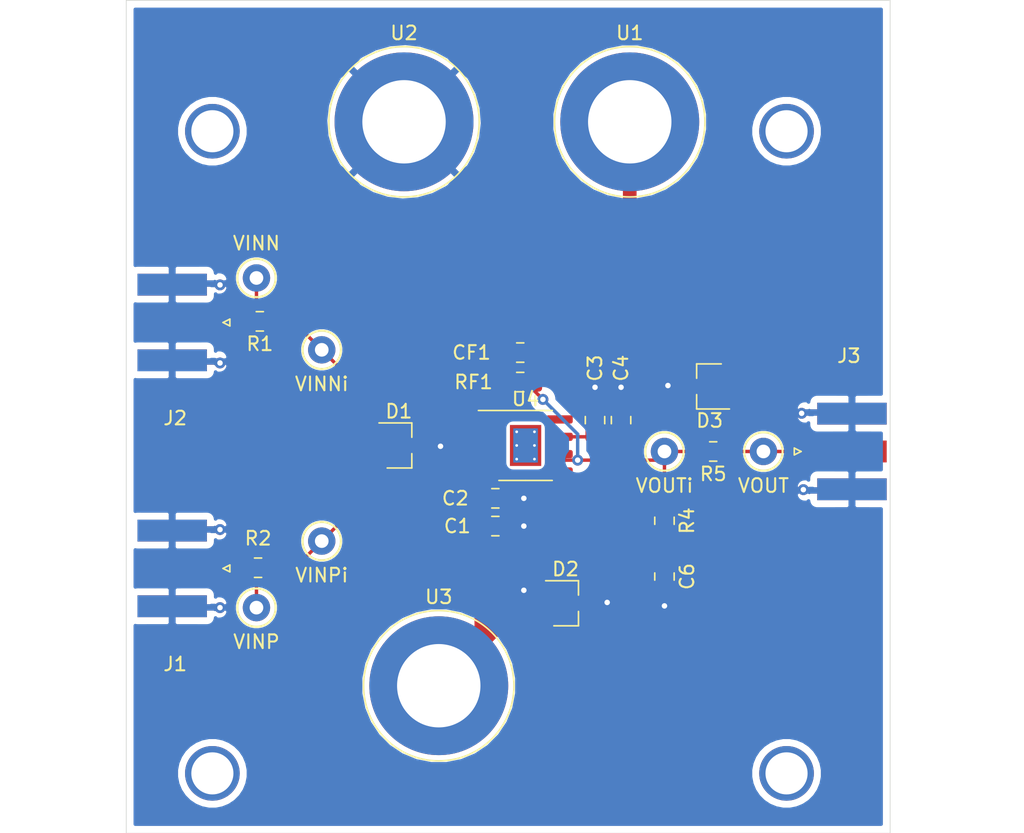
<source format=kicad_pcb>
(kicad_pcb (version 20171130) (host pcbnew "(5.1.6-0-10_14)")

  (general
    (thickness 1.6)
    (drawings 4)
    (tracks 112)
    (zones 0)
    (modules 31)
    (nets 14)
  )

  (page A4)
  (layers
    (0 F.Cu signal)
    (31 B.Cu signal)
    (32 B.Adhes user)
    (33 F.Adhes user)
    (34 B.Paste user)
    (35 F.Paste user)
    (36 B.SilkS user)
    (37 F.SilkS user)
    (38 B.Mask user)
    (39 F.Mask user)
    (40 Dwgs.User user)
    (41 Cmts.User user)
    (42 Eco1.User user)
    (43 Eco2.User user)
    (44 Edge.Cuts user)
    (45 Margin user)
    (46 B.CrtYd user)
    (47 F.CrtYd user)
    (48 B.Fab user)
    (49 F.Fab user)
  )

  (setup
    (last_trace_width 0.25)
    (trace_clearance 0.2)
    (zone_clearance 0.508)
    (zone_45_only no)
    (trace_min 0.2)
    (via_size 0.8)
    (via_drill 0.4)
    (via_min_size 0.4)
    (via_min_drill 0.3)
    (uvia_size 0.3)
    (uvia_drill 0.1)
    (uvias_allowed no)
    (uvia_min_size 0.2)
    (uvia_min_drill 0.1)
    (edge_width 0.05)
    (segment_width 0.2)
    (pcb_text_width 0.3)
    (pcb_text_size 1.5 1.5)
    (mod_edge_width 0.12)
    (mod_text_size 1 1)
    (mod_text_width 0.15)
    (pad_size 1.524 1.524)
    (pad_drill 0.762)
    (pad_to_mask_clearance 0.05)
    (aux_axis_origin 0 0)
    (visible_elements FFFFFF7F)
    (pcbplotparams
      (layerselection 0x010fc_ffffffff)
      (usegerberextensions false)
      (usegerberattributes true)
      (usegerberadvancedattributes true)
      (creategerberjobfile true)
      (excludeedgelayer true)
      (linewidth 0.100000)
      (plotframeref false)
      (viasonmask false)
      (mode 1)
      (useauxorigin false)
      (hpglpennumber 1)
      (hpglpenspeed 20)
      (hpglpendiameter 15.000000)
      (psnegative false)
      (psa4output false)
      (plotreference true)
      (plotvalue true)
      (plotinvisibletext false)
      (padsonsilk false)
      (subtractmaskfromsilk false)
      (outputformat 1)
      (mirror false)
      (drillshape 0)
      (scaleselection 1)
      (outputdirectory ""))
  )

  (net 0 "")
  (net 1 GND)
  (net 2 /V-)
  (net 3 /V+)
  (net 4 /VINNi)
  (net 5 "Net-(C6-Pad1)")
  (net 6 /VINPi)
  (net 7 /VOUT)
  (net 8 /VINP)
  (net 9 /VINN)
  (net 10 "Net-(U4-Pad8)")
  (net 11 "Net-(U4-Pad5)")
  (net 12 "Net-(U4-Pad1)")
  (net 13 /VOUTi)

  (net_class Default "This is the default net class."
    (clearance 0.2)
    (trace_width 0.25)
    (via_dia 0.8)
    (via_drill 0.4)
    (uvia_dia 0.3)
    (uvia_drill 0.1)
    (add_net /V+)
    (add_net /V-)
    (add_net /VINN)
    (add_net /VINNi)
    (add_net /VINP)
    (add_net /VINPi)
    (add_net /VOUT)
    (add_net /VOUTi)
    (add_net GND)
    (add_net "Net-(C6-Pad1)")
    (add_net "Net-(U4-Pad1)")
    (add_net "Net-(U4-Pad5)")
    (add_net "Net-(U4-Pad8)")
  )

  (module Package_SO:SOIC-8-1EP_3.9x4.9mm_P1.27mm_EP2.29x3mm_ThermalVias (layer F.Cu) (tedit 5DC5FE76) (tstamp 5F630FC5)
    (at 168.91 91)
    (descr "SOIC, 8 Pin (https://www.analog.com/media/en/technical-documentation/data-sheets/ada4898-1_4898-2.pdf#page=29), generated with kicad-footprint-generator ipc_gullwing_generator.py")
    (tags "SOIC SO")
    (path /5F64EED0)
    (attr smd)
    (fp_text reference U4 (at 0 -3.4) (layer F.SilkS)
      (effects (font (size 1 1) (thickness 0.15)))
    )
    (fp_text value ADA4625-1 (at 0 3.4) (layer F.Fab)
      (effects (font (size 1 1) (thickness 0.15)))
    )
    (fp_text user %R (at 0 0) (layer F.Fab)
      (effects (font (size 0.98 0.98) (thickness 0.15)))
    )
    (fp_line (start 0 2.56) (end 1.95 2.56) (layer F.SilkS) (width 0.12))
    (fp_line (start 0 2.56) (end -1.95 2.56) (layer F.SilkS) (width 0.12))
    (fp_line (start 0 -2.56) (end 1.95 -2.56) (layer F.SilkS) (width 0.12))
    (fp_line (start 0 -2.56) (end -3.45 -2.56) (layer F.SilkS) (width 0.12))
    (fp_line (start -0.975 -2.45) (end 1.95 -2.45) (layer F.Fab) (width 0.1))
    (fp_line (start 1.95 -2.45) (end 1.95 2.45) (layer F.Fab) (width 0.1))
    (fp_line (start 1.95 2.45) (end -1.95 2.45) (layer F.Fab) (width 0.1))
    (fp_line (start -1.95 2.45) (end -1.95 -1.475) (layer F.Fab) (width 0.1))
    (fp_line (start -1.95 -1.475) (end -0.975 -2.45) (layer F.Fab) (width 0.1))
    (fp_line (start -3.7 -2.7) (end -3.7 2.7) (layer F.CrtYd) (width 0.05))
    (fp_line (start -3.7 2.7) (end 3.7 2.7) (layer F.CrtYd) (width 0.05))
    (fp_line (start 3.7 2.7) (end 3.7 -2.7) (layer F.CrtYd) (width 0.05))
    (fp_line (start 3.7 -2.7) (end -3.7 -2.7) (layer F.CrtYd) (width 0.05))
    (pad "" smd roundrect (at 0.57 0.75) (size 0.96 1.25) (layers F.Paste) (roundrect_rratio 0.25))
    (pad "" smd roundrect (at 0.57 -0.75) (size 0.96 1.25) (layers F.Paste) (roundrect_rratio 0.25))
    (pad "" smd roundrect (at -0.57 0.75) (size 0.96 1.25) (layers F.Paste) (roundrect_rratio 0.25))
    (pad "" smd roundrect (at -0.57 -0.75) (size 0.96 1.25) (layers F.Paste) (roundrect_rratio 0.25))
    (pad 9 smd rect (at 0 0) (size 1.8 2.5) (layers B.Cu))
    (pad 9 thru_hole circle (at 0.65 1) (size 0.5 0.5) (drill 0.2) (layers *.Cu))
    (pad 9 thru_hole circle (at -0.65 1) (size 0.5 0.5) (drill 0.2) (layers *.Cu))
    (pad 9 thru_hole circle (at 0.65 0) (size 0.5 0.5) (drill 0.2) (layers *.Cu))
    (pad 9 thru_hole circle (at -0.65 0) (size 0.5 0.5) (drill 0.2) (layers *.Cu))
    (pad 9 thru_hole circle (at 0.65 -1) (size 0.5 0.5) (drill 0.2) (layers *.Cu))
    (pad 9 thru_hole circle (at -0.65 -1) (size 0.5 0.5) (drill 0.2) (layers *.Cu))
    (pad 9 smd rect (at 0 0) (size 2.29 3) (layers F.Cu F.Mask))
    (pad 8 smd roundrect (at 2.475 -1.905) (size 1.95 0.6) (layers F.Cu F.Paste F.Mask) (roundrect_rratio 0.25)
      (net 10 "Net-(U4-Pad8)"))
    (pad 7 smd roundrect (at 2.475 -0.635) (size 1.95 0.6) (layers F.Cu F.Paste F.Mask) (roundrect_rratio 0.25)
      (net 3 /V+))
    (pad 6 smd roundrect (at 2.475 0.635) (size 1.95 0.6) (layers F.Cu F.Paste F.Mask) (roundrect_rratio 0.25)
      (net 13 /VOUTi))
    (pad 5 smd roundrect (at 2.475 1.905) (size 1.95 0.6) (layers F.Cu F.Paste F.Mask) (roundrect_rratio 0.25)
      (net 11 "Net-(U4-Pad5)"))
    (pad 4 smd roundrect (at -2.475 1.905) (size 1.95 0.6) (layers F.Cu F.Paste F.Mask) (roundrect_rratio 0.25)
      (net 2 /V-))
    (pad 3 smd roundrect (at -2.475 0.635) (size 1.95 0.6) (layers F.Cu F.Paste F.Mask) (roundrect_rratio 0.25)
      (net 6 /VINPi))
    (pad 2 smd roundrect (at -2.475 -0.635) (size 1.95 0.6) (layers F.Cu F.Paste F.Mask) (roundrect_rratio 0.25)
      (net 4 /VINNi))
    (pad 1 smd roundrect (at -2.475 -1.905) (size 1.95 0.6) (layers F.Cu F.Paste F.Mask) (roundrect_rratio 0.25)
      (net 12 "Net-(U4-Pad1)"))
    (model ${KISYS3DMOD}/Package_SO.3dshapes/SOIC-8-1EP_3.9x4.9mm_P1.27mm_EP2.29x3mm.wrl
      (at (xyz 0 0 0))
      (scale (xyz 1 1 1))
      (rotate (xyz 0 0 0))
    )
  )

  (module Connector:Banana_Jack_1Pin (layer F.Cu) (tedit 5A1AB217) (tstamp 5F630D0A)
    (at 162.56 108.585)
    (descr "Single banana socket, footprint - 6mm drill")
    (tags "banana socket")
    (path /5F690031)
    (fp_text reference U3 (at 0 -6.5) (layer F.SilkS)
      (effects (font (size 1 1) (thickness 0.15)))
    )
    (fp_text value PWR_JACK_NEG (at -0.25 6.5) (layer F.Fab)
      (effects (font (size 1 1) (thickness 0.15)))
    )
    (fp_text user %R (at 0 0) (layer F.Fab)
      (effects (font (size 0.8 0.8) (thickness 0.12)))
    )
    (fp_circle (center 0 0) (end 5.75 0) (layer F.CrtYd) (width 0.05))
    (fp_circle (center 0 0) (end 2 0) (layer F.Fab) (width 0.1))
    (fp_circle (center 0 0) (end 4.85 0.05) (layer F.Fab) (width 0.1))
    (fp_circle (center 0 0) (end 5.5 0) (layer F.SilkS) (width 0.12))
    (pad 1 thru_hole circle (at 0 0) (size 10.16 10.16) (drill 6.1) (layers *.Cu *.Mask)
      (net 2 /V-))
    (model ${KISYS3DMOD}/Connector.3dshapes/Banana_Jack_1Pin.wrl
      (at (xyz 0 0 0))
      (scale (xyz 2 2 2))
      (rotate (xyz 0 0 0))
    )
  )

  (module Connector:Banana_Jack_1Pin (layer F.Cu) (tedit 5A1AB217) (tstamp 5F630D00)
    (at 160.02 67.31)
    (descr "Single banana socket, footprint - 6mm drill")
    (tags "banana socket")
    (path /5F68E417)
    (fp_text reference U2 (at 0 -6.5) (layer F.SilkS)
      (effects (font (size 1 1) (thickness 0.15)))
    )
    (fp_text value PWR_JACK_GND (at -0.25 6.5) (layer F.Fab)
      (effects (font (size 1 1) (thickness 0.15)))
    )
    (fp_text user %R (at 0 0) (layer F.Fab)
      (effects (font (size 0.8 0.8) (thickness 0.12)))
    )
    (fp_circle (center 0 0) (end 5.75 0) (layer F.CrtYd) (width 0.05))
    (fp_circle (center 0 0) (end 2 0) (layer F.Fab) (width 0.1))
    (fp_circle (center 0 0) (end 4.85 0.05) (layer F.Fab) (width 0.1))
    (fp_circle (center 0 0) (end 5.5 0) (layer F.SilkS) (width 0.12))
    (pad 1 thru_hole circle (at 0 0) (size 10.16 10.16) (drill 6.1) (layers *.Cu *.Mask)
      (net 1 GND))
    (model ${KISYS3DMOD}/Connector.3dshapes/Banana_Jack_1Pin.wrl
      (at (xyz 0 0 0))
      (scale (xyz 2 2 2))
      (rotate (xyz 0 0 0))
    )
  )

  (module Connector:Banana_Jack_1Pin (layer F.Cu) (tedit 5A1AB217) (tstamp 5F630CF6)
    (at 176.53 67.31)
    (descr "Single banana socket, footprint - 6mm drill")
    (tags "banana socket")
    (path /5F690C5C)
    (fp_text reference U1 (at 0 -6.5) (layer F.SilkS)
      (effects (font (size 1 1) (thickness 0.15)))
    )
    (fp_text value PWR_JACK_POS (at -0.25 6.5) (layer F.Fab)
      (effects (font (size 1 1) (thickness 0.15)))
    )
    (fp_text user %R (at 0 0) (layer F.Fab)
      (effects (font (size 0.8 0.8) (thickness 0.12)))
    )
    (fp_circle (center 0 0) (end 5.75 0) (layer F.CrtYd) (width 0.05))
    (fp_circle (center 0 0) (end 2 0) (layer F.Fab) (width 0.1))
    (fp_circle (center 0 0) (end 4.85 0.05) (layer F.Fab) (width 0.1))
    (fp_circle (center 0 0) (end 5.5 0) (layer F.SilkS) (width 0.12))
    (pad 1 thru_hole circle (at 0 0) (size 10.16 10.16) (drill 6.1) (layers *.Cu *.Mask)
      (net 3 /V+))
    (model ${KISYS3DMOD}/Connector.3dshapes/Banana_Jack_1Pin.wrl
      (at (xyz 0 0 0))
      (scale (xyz 2 2 2))
      (rotate (xyz 0 0 0))
    )
  )

  (module my_library_foot:TestPoint_Keystone_5000-5004_Miniature (layer F.Cu) (tedit 5EF69EC3) (tstamp 5F630CEC)
    (at 186.309 91.44)
    (descr "Keystone Miniature THM Test Point 5000-5004, http://www.keyelco.com/product-pdf.cfm?p=1309")
    (tags "Through Hole Mount Test Points")
    (path /5F6A0E6D)
    (fp_text reference TP6 (at 0.3175 -2.4765) (layer F.Fab)
      (effects (font (size 1 1) (thickness 0.15)))
    )
    (fp_text value VOUT (at 0 2.5) (layer F.SilkS)
      (effects (font (size 1 1) (thickness 0.15)))
    )
    (fp_circle (center 0 0) (end 1.4 0) (layer F.SilkS) (width 0.15))
    (fp_circle (center 0 0) (end 1.25 0) (layer F.Fab) (width 0.15))
    (fp_circle (center 0 0) (end 1.65 0) (layer F.CrtYd) (width 0.05))
    (fp_line (start -0.75 0.25) (end -0.75 -0.25) (layer F.Fab) (width 0.15))
    (fp_line (start 0.75 0.25) (end -0.75 0.25) (layer F.Fab) (width 0.15))
    (fp_line (start 0.75 -0.25) (end 0.75 0.25) (layer F.Fab) (width 0.15))
    (fp_line (start -0.75 -0.25) (end 0.75 -0.25) (layer F.Fab) (width 0.15))
    (pad 1 thru_hole circle (at 0 0) (size 2 2) (drill 1) (layers *.Cu *.Mask)
      (net 7 /VOUT))
    (model ${KISYS3DMOD}/TestPoint.3dshapes/TestPoint_Keystone_5000-5004_Miniature.wrl
      (at (xyz 0 0 0))
      (scale (xyz 1 1 1))
      (rotate (xyz 0 0 0))
    )
  )

  (module my_library_foot:TestPoint_Keystone_5000-5004_Miniature (layer F.Cu) (tedit 5EF69EC3) (tstamp 5F630CE0)
    (at 179.07 91.44)
    (descr "Keystone Miniature THM Test Point 5000-5004, http://www.keyelco.com/product-pdf.cfm?p=1309")
    (tags "Through Hole Mount Test Points")
    (path /5F6A0751)
    (fp_text reference TP5 (at 0.3175 -2.4765) (layer F.Fab)
      (effects (font (size 1 1) (thickness 0.15)))
    )
    (fp_text value VOUTi (at 0 2.5) (layer F.SilkS)
      (effects (font (size 1 1) (thickness 0.15)))
    )
    (fp_circle (center 0 0) (end 1.4 0) (layer F.SilkS) (width 0.15))
    (fp_circle (center 0 0) (end 1.25 0) (layer F.Fab) (width 0.15))
    (fp_circle (center 0 0) (end 1.65 0) (layer F.CrtYd) (width 0.05))
    (fp_line (start -0.75 0.25) (end -0.75 -0.25) (layer F.Fab) (width 0.15))
    (fp_line (start 0.75 0.25) (end -0.75 0.25) (layer F.Fab) (width 0.15))
    (fp_line (start 0.75 -0.25) (end 0.75 0.25) (layer F.Fab) (width 0.15))
    (fp_line (start -0.75 -0.25) (end 0.75 -0.25) (layer F.Fab) (width 0.15))
    (pad 1 thru_hole circle (at 0 0) (size 2 2) (drill 1) (layers *.Cu *.Mask)
      (net 13 /VOUTi))
    (model ${KISYS3DMOD}/TestPoint.3dshapes/TestPoint_Keystone_5000-5004_Miniature.wrl
      (at (xyz 0 0 0))
      (scale (xyz 1 1 1))
      (rotate (xyz 0 0 0))
    )
  )

  (module my_library_foot:TestPoint_Keystone_5000-5004_Miniature (layer F.Cu) (tedit 5EF69EC3) (tstamp 5F630CD4)
    (at 154 84)
    (descr "Keystone Miniature THM Test Point 5000-5004, http://www.keyelco.com/product-pdf.cfm?p=1309")
    (tags "Through Hole Mount Test Points")
    (path /5F69C33E)
    (fp_text reference TP4 (at 0.3175 -2.4765) (layer F.Fab)
      (effects (font (size 1 1) (thickness 0.15)))
    )
    (fp_text value VINNi (at 0 2.5) (layer F.SilkS)
      (effects (font (size 1 1) (thickness 0.15)))
    )
    (fp_circle (center 0 0) (end 1.4 0) (layer F.SilkS) (width 0.15))
    (fp_circle (center 0 0) (end 1.25 0) (layer F.Fab) (width 0.15))
    (fp_circle (center 0 0) (end 1.65 0) (layer F.CrtYd) (width 0.05))
    (fp_line (start -0.75 0.25) (end -0.75 -0.25) (layer F.Fab) (width 0.15))
    (fp_line (start 0.75 0.25) (end -0.75 0.25) (layer F.Fab) (width 0.15))
    (fp_line (start 0.75 -0.25) (end 0.75 0.25) (layer F.Fab) (width 0.15))
    (fp_line (start -0.75 -0.25) (end 0.75 -0.25) (layer F.Fab) (width 0.15))
    (pad 1 thru_hole circle (at 0 0) (size 2 2) (drill 1) (layers *.Cu *.Mask)
      (net 4 /VINNi))
    (model ${KISYS3DMOD}/TestPoint.3dshapes/TestPoint_Keystone_5000-5004_Miniature.wrl
      (at (xyz 0 0 0))
      (scale (xyz 1 1 1))
      (rotate (xyz 0 0 0))
    )
  )

  (module my_library_foot:TestPoint_Keystone_5000-5004_Miniature (layer F.Cu) (tedit 5EF69EC3) (tstamp 5F630CC8)
    (at 154 98)
    (descr "Keystone Miniature THM Test Point 5000-5004, http://www.keyelco.com/product-pdf.cfm?p=1309")
    (tags "Through Hole Mount Test Points")
    (path /5F69BD0F)
    (fp_text reference TP3 (at 0.3175 -2.4765) (layer F.Fab)
      (effects (font (size 1 1) (thickness 0.15)))
    )
    (fp_text value VINPi (at 0 2.5) (layer F.SilkS)
      (effects (font (size 1 1) (thickness 0.15)))
    )
    (fp_circle (center 0 0) (end 1.4 0) (layer F.SilkS) (width 0.15))
    (fp_circle (center 0 0) (end 1.25 0) (layer F.Fab) (width 0.15))
    (fp_circle (center 0 0) (end 1.65 0) (layer F.CrtYd) (width 0.05))
    (fp_line (start -0.75 0.25) (end -0.75 -0.25) (layer F.Fab) (width 0.15))
    (fp_line (start 0.75 0.25) (end -0.75 0.25) (layer F.Fab) (width 0.15))
    (fp_line (start 0.75 -0.25) (end 0.75 0.25) (layer F.Fab) (width 0.15))
    (fp_line (start -0.75 -0.25) (end 0.75 -0.25) (layer F.Fab) (width 0.15))
    (pad 1 thru_hole circle (at 0 0) (size 2 2) (drill 1) (layers *.Cu *.Mask)
      (net 6 /VINPi))
    (model ${KISYS3DMOD}/TestPoint.3dshapes/TestPoint_Keystone_5000-5004_Miniature.wrl
      (at (xyz 0 0 0))
      (scale (xyz 1 1 1))
      (rotate (xyz 0 0 0))
    )
  )

  (module my_library_foot:TestPoint_Keystone_5000-5004_Miniature (layer F.Cu) (tedit 5EF69EC3) (tstamp 5F630CBC)
    (at 149.225 78.74)
    (descr "Keystone Miniature THM Test Point 5000-5004, http://www.keyelco.com/product-pdf.cfm?p=1309")
    (tags "Through Hole Mount Test Points")
    (path /5F69B598)
    (fp_text reference TP2 (at 0.3175 -2.4765) (layer F.Fab)
      (effects (font (size 1 1) (thickness 0.15)))
    )
    (fp_text value VINN (at 0 -2.54) (layer F.SilkS)
      (effects (font (size 1 1) (thickness 0.15)))
    )
    (fp_circle (center 0 0) (end 1.4 0) (layer F.SilkS) (width 0.15))
    (fp_circle (center 0 0) (end 1.25 0) (layer F.Fab) (width 0.15))
    (fp_circle (center 0 0) (end 1.65 0) (layer F.CrtYd) (width 0.05))
    (fp_line (start -0.75 0.25) (end -0.75 -0.25) (layer F.Fab) (width 0.15))
    (fp_line (start 0.75 0.25) (end -0.75 0.25) (layer F.Fab) (width 0.15))
    (fp_line (start 0.75 -0.25) (end 0.75 0.25) (layer F.Fab) (width 0.15))
    (fp_line (start -0.75 -0.25) (end 0.75 -0.25) (layer F.Fab) (width 0.15))
    (pad 1 thru_hole circle (at 0 0) (size 2 2) (drill 1) (layers *.Cu *.Mask)
      (net 9 /VINN))
    (model ${KISYS3DMOD}/TestPoint.3dshapes/TestPoint_Keystone_5000-5004_Miniature.wrl
      (at (xyz 0 0 0))
      (scale (xyz 1 1 1))
      (rotate (xyz 0 0 0))
    )
  )

  (module my_library_foot:TestPoint_Keystone_5000-5004_Miniature (layer F.Cu) (tedit 5EF69EC3) (tstamp 5F630CB0)
    (at 149.225 102.87)
    (descr "Keystone Miniature THM Test Point 5000-5004, http://www.keyelco.com/product-pdf.cfm?p=1309")
    (tags "Through Hole Mount Test Points")
    (path /5F69A80E)
    (fp_text reference TP1 (at 0.3175 -2.4765) (layer F.Fab)
      (effects (font (size 1 1) (thickness 0.15)))
    )
    (fp_text value VINP (at 0 2.5) (layer F.SilkS)
      (effects (font (size 1 1) (thickness 0.15)))
    )
    (fp_circle (center 0 0) (end 1.4 0) (layer F.SilkS) (width 0.15))
    (fp_circle (center 0 0) (end 1.25 0) (layer F.Fab) (width 0.15))
    (fp_circle (center 0 0) (end 1.65 0) (layer F.CrtYd) (width 0.05))
    (fp_line (start -0.75 0.25) (end -0.75 -0.25) (layer F.Fab) (width 0.15))
    (fp_line (start 0.75 0.25) (end -0.75 0.25) (layer F.Fab) (width 0.15))
    (fp_line (start 0.75 -0.25) (end 0.75 0.25) (layer F.Fab) (width 0.15))
    (fp_line (start -0.75 -0.25) (end 0.75 -0.25) (layer F.Fab) (width 0.15))
    (pad 1 thru_hole circle (at 0 0) (size 2 2) (drill 1) (layers *.Cu *.Mask)
      (net 8 /VINP))
    (model ${KISYS3DMOD}/TestPoint.3dshapes/TestPoint_Keystone_5000-5004_Miniature.wrl
      (at (xyz 0 0 0))
      (scale (xyz 1 1 1))
      (rotate (xyz 0 0 0))
    )
  )

  (module Capacitor_SMD:C_0805_2012Metric_Pad1.15x1.40mm_HandSolder (layer F.Cu) (tedit 5B36C52B) (tstamp 5F630CA4)
    (at 182.635 91.44 180)
    (descr "Capacitor SMD 0805 (2012 Metric), square (rectangular) end terminal, IPC_7351 nominal with elongated pad for handsoldering. (Body size source: https://docs.google.com/spreadsheets/d/1BsfQQcO9C6DZCsRaXUlFlo91Tg2WpOkGARC1WS5S8t0/edit?usp=sharing), generated with kicad-footprint-generator")
    (tags "capacitor handsolder")
    (path /5F657398)
    (attr smd)
    (fp_text reference R5 (at 0 -1.65) (layer F.SilkS)
      (effects (font (size 1 1) (thickness 0.15)))
    )
    (fp_text value 0R (at 0 1.65) (layer F.Fab)
      (effects (font (size 1 1) (thickness 0.15)))
    )
    (fp_text user %R (at 0 0) (layer F.Fab)
      (effects (font (size 0.5 0.5) (thickness 0.08)))
    )
    (fp_line (start -1 0.6) (end -1 -0.6) (layer F.Fab) (width 0.1))
    (fp_line (start -1 -0.6) (end 1 -0.6) (layer F.Fab) (width 0.1))
    (fp_line (start 1 -0.6) (end 1 0.6) (layer F.Fab) (width 0.1))
    (fp_line (start 1 0.6) (end -1 0.6) (layer F.Fab) (width 0.1))
    (fp_line (start -0.261252 -0.71) (end 0.261252 -0.71) (layer F.SilkS) (width 0.12))
    (fp_line (start -0.261252 0.71) (end 0.261252 0.71) (layer F.SilkS) (width 0.12))
    (fp_line (start -1.85 0.95) (end -1.85 -0.95) (layer F.CrtYd) (width 0.05))
    (fp_line (start -1.85 -0.95) (end 1.85 -0.95) (layer F.CrtYd) (width 0.05))
    (fp_line (start 1.85 -0.95) (end 1.85 0.95) (layer F.CrtYd) (width 0.05))
    (fp_line (start 1.85 0.95) (end -1.85 0.95) (layer F.CrtYd) (width 0.05))
    (pad 2 smd roundrect (at 1.025 0 180) (size 1.15 1.4) (layers F.Cu F.Paste F.Mask) (roundrect_rratio 0.217391)
      (net 13 /VOUTi))
    (pad 1 smd roundrect (at -1.025 0 180) (size 1.15 1.4) (layers F.Cu F.Paste F.Mask) (roundrect_rratio 0.217391)
      (net 7 /VOUT))
    (model ${KISYS3DMOD}/Capacitor_SMD.3dshapes/C_0805_2012Metric.wrl
      (at (xyz 0 0 0))
      (scale (xyz 1 1 1))
      (rotate (xyz 0 0 0))
    )
  )

  (module Capacitor_SMD:C_0805_2012Metric_Pad1.15x1.40mm_HandSolder (layer F.Cu) (tedit 5B36C52B) (tstamp 5F630C93)
    (at 179.07 96.511 270)
    (descr "Capacitor SMD 0805 (2012 Metric), square (rectangular) end terminal, IPC_7351 nominal with elongated pad for handsoldering. (Body size source: https://docs.google.com/spreadsheets/d/1BsfQQcO9C6DZCsRaXUlFlo91Tg2WpOkGARC1WS5S8t0/edit?usp=sharing), generated with kicad-footprint-generator")
    (tags "capacitor handsolder")
    (path /5F6519C8)
    (attr smd)
    (fp_text reference R4 (at 0 -1.65 90) (layer F.SilkS)
      (effects (font (size 1 1) (thickness 0.15)))
    )
    (fp_text value R_US (at 0 1.65 90) (layer F.Fab)
      (effects (font (size 1 1) (thickness 0.15)))
    )
    (fp_text user %R (at 0 0 90) (layer F.Fab)
      (effects (font (size 0.5 0.5) (thickness 0.08)))
    )
    (fp_line (start -1 0.6) (end -1 -0.6) (layer F.Fab) (width 0.1))
    (fp_line (start -1 -0.6) (end 1 -0.6) (layer F.Fab) (width 0.1))
    (fp_line (start 1 -0.6) (end 1 0.6) (layer F.Fab) (width 0.1))
    (fp_line (start 1 0.6) (end -1 0.6) (layer F.Fab) (width 0.1))
    (fp_line (start -0.261252 -0.71) (end 0.261252 -0.71) (layer F.SilkS) (width 0.12))
    (fp_line (start -0.261252 0.71) (end 0.261252 0.71) (layer F.SilkS) (width 0.12))
    (fp_line (start -1.85 0.95) (end -1.85 -0.95) (layer F.CrtYd) (width 0.05))
    (fp_line (start -1.85 -0.95) (end 1.85 -0.95) (layer F.CrtYd) (width 0.05))
    (fp_line (start 1.85 -0.95) (end 1.85 0.95) (layer F.CrtYd) (width 0.05))
    (fp_line (start 1.85 0.95) (end -1.85 0.95) (layer F.CrtYd) (width 0.05))
    (pad 2 smd roundrect (at 1.025 0 270) (size 1.15 1.4) (layers F.Cu F.Paste F.Mask) (roundrect_rratio 0.217391)
      (net 5 "Net-(C6-Pad1)"))
    (pad 1 smd roundrect (at -1.025 0 270) (size 1.15 1.4) (layers F.Cu F.Paste F.Mask) (roundrect_rratio 0.217391)
      (net 13 /VOUTi))
    (model ${KISYS3DMOD}/Capacitor_SMD.3dshapes/C_0805_2012Metric.wrl
      (at (xyz 0 0 0))
      (scale (xyz 1 1 1))
      (rotate (xyz 0 0 0))
    )
  )

  (module Capacitor_SMD:C_0805_2012Metric_Pad1.15x1.40mm_HandSolder (layer F.Cu) (tedit 5B36C52B) (tstamp 5F630C82)
    (at 168.52 86.36 180)
    (descr "Capacitor SMD 0805 (2012 Metric), square (rectangular) end terminal, IPC_7351 nominal with elongated pad for handsoldering. (Body size source: https://docs.google.com/spreadsheets/d/1BsfQQcO9C6DZCsRaXUlFlo91Tg2WpOkGARC1WS5S8t0/edit?usp=sharing), generated with kicad-footprint-generator")
    (tags "capacitor handsolder")
    (path /5F651179)
    (attr smd)
    (fp_text reference RF1 (at 3.42 0) (layer F.SilkS)
      (effects (font (size 1 1) (thickness 0.15)))
    )
    (fp_text value 4.7M (at 0 1.65) (layer F.Fab)
      (effects (font (size 1 1) (thickness 0.15)))
    )
    (fp_text user %R (at 0 0) (layer F.Fab)
      (effects (font (size 0.5 0.5) (thickness 0.08)))
    )
    (fp_line (start -1 0.6) (end -1 -0.6) (layer F.Fab) (width 0.1))
    (fp_line (start -1 -0.6) (end 1 -0.6) (layer F.Fab) (width 0.1))
    (fp_line (start 1 -0.6) (end 1 0.6) (layer F.Fab) (width 0.1))
    (fp_line (start 1 0.6) (end -1 0.6) (layer F.Fab) (width 0.1))
    (fp_line (start -0.261252 -0.71) (end 0.261252 -0.71) (layer F.SilkS) (width 0.12))
    (fp_line (start -0.261252 0.71) (end 0.261252 0.71) (layer F.SilkS) (width 0.12))
    (fp_line (start -1.85 0.95) (end -1.85 -0.95) (layer F.CrtYd) (width 0.05))
    (fp_line (start -1.85 -0.95) (end 1.85 -0.95) (layer F.CrtYd) (width 0.05))
    (fp_line (start 1.85 -0.95) (end 1.85 0.95) (layer F.CrtYd) (width 0.05))
    (fp_line (start 1.85 0.95) (end -1.85 0.95) (layer F.CrtYd) (width 0.05))
    (pad 2 smd roundrect (at 1.025 0 180) (size 1.15 1.4) (layers F.Cu F.Paste F.Mask) (roundrect_rratio 0.217391)
      (net 4 /VINNi))
    (pad 1 smd roundrect (at -1.025 0 180) (size 1.15 1.4) (layers F.Cu F.Paste F.Mask) (roundrect_rratio 0.217391)
      (net 13 /VOUTi))
    (model ${KISYS3DMOD}/Capacitor_SMD.3dshapes/C_0805_2012Metric.wrl
      (at (xyz 0 0 0))
      (scale (xyz 1 1 1))
      (rotate (xyz 0 0 0))
    )
  )

  (module Capacitor_SMD:C_0805_2012Metric_Pad1.15x1.40mm_HandSolder (layer F.Cu) (tedit 5B36C52B) (tstamp 5F630C71)
    (at 149.343 99.949 180)
    (descr "Capacitor SMD 0805 (2012 Metric), square (rectangular) end terminal, IPC_7351 nominal with elongated pad for handsoldering. (Body size source: https://docs.google.com/spreadsheets/d/1BsfQQcO9C6DZCsRaXUlFlo91Tg2WpOkGARC1WS5S8t0/edit?usp=sharing), generated with kicad-footprint-generator")
    (tags "capacitor handsolder")
    (path /5F6838BC)
    (attr smd)
    (fp_text reference R2 (at 0 2.15) (layer F.SilkS)
      (effects (font (size 1 1) (thickness 0.15)))
    )
    (fp_text value 100R (at 0 1.65) (layer F.Fab)
      (effects (font (size 1 1) (thickness 0.15)))
    )
    (fp_text user %R (at 0 0) (layer F.Fab)
      (effects (font (size 0.5 0.5) (thickness 0.08)))
    )
    (fp_line (start -1 0.6) (end -1 -0.6) (layer F.Fab) (width 0.1))
    (fp_line (start -1 -0.6) (end 1 -0.6) (layer F.Fab) (width 0.1))
    (fp_line (start 1 -0.6) (end 1 0.6) (layer F.Fab) (width 0.1))
    (fp_line (start 1 0.6) (end -1 0.6) (layer F.Fab) (width 0.1))
    (fp_line (start -0.261252 -0.71) (end 0.261252 -0.71) (layer F.SilkS) (width 0.12))
    (fp_line (start -0.261252 0.71) (end 0.261252 0.71) (layer F.SilkS) (width 0.12))
    (fp_line (start -1.85 0.95) (end -1.85 -0.95) (layer F.CrtYd) (width 0.05))
    (fp_line (start -1.85 -0.95) (end 1.85 -0.95) (layer F.CrtYd) (width 0.05))
    (fp_line (start 1.85 -0.95) (end 1.85 0.95) (layer F.CrtYd) (width 0.05))
    (fp_line (start 1.85 0.95) (end -1.85 0.95) (layer F.CrtYd) (width 0.05))
    (pad 2 smd roundrect (at 1.025 0 180) (size 1.15 1.4) (layers F.Cu F.Paste F.Mask) (roundrect_rratio 0.217391)
      (net 8 /VINP))
    (pad 1 smd roundrect (at -1.025 0 180) (size 1.15 1.4) (layers F.Cu F.Paste F.Mask) (roundrect_rratio 0.217391)
      (net 6 /VINPi))
    (model ${KISYS3DMOD}/Capacitor_SMD.3dshapes/C_0805_2012Metric.wrl
      (at (xyz 0 0 0))
      (scale (xyz 1 1 1))
      (rotate (xyz 0 0 0))
    )
  )

  (module Capacitor_SMD:C_0805_2012Metric_Pad1.15x1.40mm_HandSolder (layer F.Cu) (tedit 5B36C52B) (tstamp 5F630C60)
    (at 149.47 81.915 180)
    (descr "Capacitor SMD 0805 (2012 Metric), square (rectangular) end terminal, IPC_7351 nominal with elongated pad for handsoldering. (Body size source: https://docs.google.com/spreadsheets/d/1BsfQQcO9C6DZCsRaXUlFlo91Tg2WpOkGARC1WS5S8t0/edit?usp=sharing), generated with kicad-footprint-generator")
    (tags "capacitor handsolder")
    (path /5F6842ED)
    (attr smd)
    (fp_text reference R1 (at 0 -1.65) (layer F.SilkS)
      (effects (font (size 1 1) (thickness 0.15)))
    )
    (fp_text value 100R (at 0 1.65) (layer F.Fab)
      (effects (font (size 1 1) (thickness 0.15)))
    )
    (fp_text user %R (at 0 0) (layer F.Fab)
      (effects (font (size 0.5 0.5) (thickness 0.08)))
    )
    (fp_line (start -1 0.6) (end -1 -0.6) (layer F.Fab) (width 0.1))
    (fp_line (start -1 -0.6) (end 1 -0.6) (layer F.Fab) (width 0.1))
    (fp_line (start 1 -0.6) (end 1 0.6) (layer F.Fab) (width 0.1))
    (fp_line (start 1 0.6) (end -1 0.6) (layer F.Fab) (width 0.1))
    (fp_line (start -0.261252 -0.71) (end 0.261252 -0.71) (layer F.SilkS) (width 0.12))
    (fp_line (start -0.261252 0.71) (end 0.261252 0.71) (layer F.SilkS) (width 0.12))
    (fp_line (start -1.85 0.95) (end -1.85 -0.95) (layer F.CrtYd) (width 0.05))
    (fp_line (start -1.85 -0.95) (end 1.85 -0.95) (layer F.CrtYd) (width 0.05))
    (fp_line (start 1.85 -0.95) (end 1.85 0.95) (layer F.CrtYd) (width 0.05))
    (fp_line (start 1.85 0.95) (end -1.85 0.95) (layer F.CrtYd) (width 0.05))
    (pad 2 smd roundrect (at 1.025 0 180) (size 1.15 1.4) (layers F.Cu F.Paste F.Mask) (roundrect_rratio 0.217391)
      (net 9 /VINN))
    (pad 1 smd roundrect (at -1.025 0 180) (size 1.15 1.4) (layers F.Cu F.Paste F.Mask) (roundrect_rratio 0.217391)
      (net 4 /VINNi))
    (model ${KISYS3DMOD}/Capacitor_SMD.3dshapes/C_0805_2012Metric.wrl
      (at (xyz 0 0 0))
      (scale (xyz 1 1 1))
      (rotate (xyz 0 0 0))
    )
  )

  (module my_library_foot:CON-SMA-EDGE-S (layer F.Cu) (tedit 5EF64970) (tstamp 5F6310BE)
    (at 191.066 91.44 180)
    (descr "Molex SMA RF Connectors, Edge Mount, (http://www.molex.com/pdm_docs/sd/732511150_sd.pdf)")
    (tags "sma edge")
    (path /5F680446)
    (attr smd)
    (fp_text reference J3 (at -1.5 7) (layer F.SilkS)
      (effects (font (size 1 1) (thickness 0.15)))
    )
    (fp_text value Conn_Coaxial (at -1.72 -7.11) (layer F.Fab)
      (effects (font (size 1 1) (thickness 0.15)))
    )
    (fp_text user %R (at -1.5 7) (layer F.Fab)
      (effects (font (size 1 1) (thickness 0.15)))
    )
    (fp_line (start -4.191 3.1595) (end -0.381 3.1595) (layer F.Fab) (width 0.12))
    (fp_line (start -0.381 2.3495) (end -0.381 3.1595) (layer F.Fab) (width 0.12))
    (fp_line (start -4.191 2.3495) (end -0.381 2.3495) (layer F.Fab) (width 0.12))
    (fp_line (start -4.191 0.3655) (end -0.381 0.3655) (layer F.Fab) (width 0.12))
    (fp_line (start -0.381 -0.4445) (end -0.381 0.3655) (layer F.Fab) (width 0.12))
    (fp_line (start -4.191 -0.4445) (end -0.381 -0.4445) (layer F.Fab) (width 0.12))
    (fp_line (start -0.4445 -3.2385) (end -0.4445 -2.4285) (layer F.Fab) (width 0.12))
    (fp_line (start -4.2545 -2.4285) (end -0.4445 -2.4285) (layer F.Fab) (width 0.12))
    (fp_line (start -4.2545 -3.2385) (end -0.4445 -3.2385) (layer F.Fab) (width 0.12))
    (fp_line (start -4.2545 -3.2385) (end -4.2555 3.175) (layer F.Fab) (width 0.12))
    (fp_line (start -5.9055 3.175) (end -4.2555 3.175) (layer F.Fab) (width 0.12))
    (fp_line (start -5.9055 -3.2385) (end -4.2555 -3.2385) (layer F.Fab) (width 0.12))
    (fp_line (start -5.9055 -3.18) (end -5.9055 3.18) (layer F.Fab) (width 0.12))
    (fp_line (start 2.5 0.25) (end 2.5 -0.25) (layer F.Fab) (width 0.1))
    (fp_line (start 2 0) (end 2.5 0.25) (layer F.Fab) (width 0.1))
    (fp_line (start 2.5 -0.25) (end 2 0) (layer F.Fab) (width 0.1))
    (fp_line (start 2.5 0.25) (end 2 0) (layer F.SilkS) (width 0.12))
    (fp_line (start 2.5 -0.25) (end 2.5 0.25) (layer F.SilkS) (width 0.12))
    (fp_line (start 2 0) (end 2.5 -0.25) (layer F.SilkS) (width 0.12))
    (fp_line (start -14.29 -6.09) (end -14.29 6.09) (layer F.CrtYd) (width 0.05))
    (fp_line (start -14.29 6.09) (end 2.71 6.09) (layer F.CrtYd) (width 0.05))
    (fp_line (start 2.71 -6.09) (end 2.71 6.09) (layer B.CrtYd) (width 0.05))
    (fp_line (start -14.29 -6.09) (end 2.71 -6.09) (layer B.CrtYd) (width 0.05))
    (fp_line (start -14.29 -6.09) (end -14.29 6.09) (layer B.CrtYd) (width 0.05))
    (fp_line (start -14.29 6.09) (end 2.71 6.09) (layer B.CrtYd) (width 0.05))
    (fp_line (start 2.71 -6.09) (end 2.71 6.09) (layer F.CrtYd) (width 0.05))
    (fp_line (start 2.71 -6.09) (end -14.29 -6.09) (layer F.CrtYd) (width 0.05))
    (fp_line (start -13.79 -2.65) (end -5.98 -2.65) (layer F.Fab) (width 0.1))
    (fp_line (start -13.79 -2.65) (end -13.79 2.65) (layer F.Fab) (width 0.1))
    (fp_line (start -13.79 2.65) (end -5.91 2.65) (layer F.Fab) (width 0.1))
    (pad 2 smd rect (at 1.27 2.856 180) (size 0.95 0.46) (layers B.Cu)
      (net 1 GND))
    (pad 2 smd rect (at 1.27 -2.856 180) (size 0.95 0.46) (layers B.Cu)
      (net 1 GND))
    (pad 2 smd rect (at 1.27 2.856 180) (size 0.95 0.46) (layers F.Cu)
      (net 1 GND))
    (pad 2 smd rect (at 1.27 -2.856 180) (size 0.95 0.46) (layers F.Cu)
      (net 1 GND))
    (pad 2 smd rect (at -1.72 2.77 180) (size 5.08 1.6) (layers B.Cu B.Paste B.Mask)
      (net 1 GND))
    (pad 2 smd rect (at -1.72 -2.77 180) (size 5.08 1.6) (layers B.Cu B.Paste B.Mask)
      (net 1 GND))
    (pad 2 smd rect (at -1.72 2.77 180) (size 5.08 1.6) (layers F.Cu F.Paste F.Mask)
      (net 1 GND))
    (pad 2 smd rect (at -1.72 -2.77 180) (size 5.08 1.6) (layers F.Cu F.Paste F.Mask)
      (net 1 GND))
    (pad 1 smd rect (at -1.72 0 180) (size 5.08 1.6) (layers F.Cu F.Paste F.Mask)
      (net 7 /VOUT))
    (model ${KISYS3DMOD}/Connector_Coaxial.3dshapes/SMA_Molex_73251-1153_EdgeMount_Horizontal.wrl
      (at (xyz 0 0 0))
      (scale (xyz 1 1 1))
      (rotate (xyz 0 0 0))
    )
  )

  (module my_library_foot:CON-SMA-EDGE-S (layer F.Cu) (tedit 5EF64970) (tstamp 5F630C23)
    (at 144.78 82)
    (descr "Molex SMA RF Connectors, Edge Mount, (http://www.molex.com/pdm_docs/sd/732511150_sd.pdf)")
    (tags "sma edge")
    (path /5F6545D7)
    (attr smd)
    (fp_text reference J2 (at -1.5 7) (layer F.SilkS)
      (effects (font (size 1 1) (thickness 0.15)))
    )
    (fp_text value Conn_Coaxial (at -1.72 -7.11) (layer F.Fab)
      (effects (font (size 1 1) (thickness 0.15)))
    )
    (fp_text user %R (at -1.5 7) (layer F.Fab)
      (effects (font (size 1 1) (thickness 0.15)))
    )
    (fp_line (start -4.191 3.1595) (end -0.381 3.1595) (layer F.Fab) (width 0.12))
    (fp_line (start -0.381 2.3495) (end -0.381 3.1595) (layer F.Fab) (width 0.12))
    (fp_line (start -4.191 2.3495) (end -0.381 2.3495) (layer F.Fab) (width 0.12))
    (fp_line (start -4.191 0.3655) (end -0.381 0.3655) (layer F.Fab) (width 0.12))
    (fp_line (start -0.381 -0.4445) (end -0.381 0.3655) (layer F.Fab) (width 0.12))
    (fp_line (start -4.191 -0.4445) (end -0.381 -0.4445) (layer F.Fab) (width 0.12))
    (fp_line (start -0.4445 -3.2385) (end -0.4445 -2.4285) (layer F.Fab) (width 0.12))
    (fp_line (start -4.2545 -2.4285) (end -0.4445 -2.4285) (layer F.Fab) (width 0.12))
    (fp_line (start -4.2545 -3.2385) (end -0.4445 -3.2385) (layer F.Fab) (width 0.12))
    (fp_line (start -4.2545 -3.2385) (end -4.2555 3.175) (layer F.Fab) (width 0.12))
    (fp_line (start -5.9055 3.175) (end -4.2555 3.175) (layer F.Fab) (width 0.12))
    (fp_line (start -5.9055 -3.2385) (end -4.2555 -3.2385) (layer F.Fab) (width 0.12))
    (fp_line (start -5.9055 -3.18) (end -5.9055 3.18) (layer F.Fab) (width 0.12))
    (fp_line (start 2.5 0.25) (end 2.5 -0.25) (layer F.Fab) (width 0.1))
    (fp_line (start 2 0) (end 2.5 0.25) (layer F.Fab) (width 0.1))
    (fp_line (start 2.5 -0.25) (end 2 0) (layer F.Fab) (width 0.1))
    (fp_line (start 2.5 0.25) (end 2 0) (layer F.SilkS) (width 0.12))
    (fp_line (start 2.5 -0.25) (end 2.5 0.25) (layer F.SilkS) (width 0.12))
    (fp_line (start 2 0) (end 2.5 -0.25) (layer F.SilkS) (width 0.12))
    (fp_line (start -14.29 -6.09) (end -14.29 6.09) (layer F.CrtYd) (width 0.05))
    (fp_line (start -14.29 6.09) (end 2.71 6.09) (layer F.CrtYd) (width 0.05))
    (fp_line (start 2.71 -6.09) (end 2.71 6.09) (layer B.CrtYd) (width 0.05))
    (fp_line (start -14.29 -6.09) (end 2.71 -6.09) (layer B.CrtYd) (width 0.05))
    (fp_line (start -14.29 -6.09) (end -14.29 6.09) (layer B.CrtYd) (width 0.05))
    (fp_line (start -14.29 6.09) (end 2.71 6.09) (layer B.CrtYd) (width 0.05))
    (fp_line (start 2.71 -6.09) (end 2.71 6.09) (layer F.CrtYd) (width 0.05))
    (fp_line (start 2.71 -6.09) (end -14.29 -6.09) (layer F.CrtYd) (width 0.05))
    (fp_line (start -13.79 -2.65) (end -5.98 -2.65) (layer F.Fab) (width 0.1))
    (fp_line (start -13.79 -2.65) (end -13.79 2.65) (layer F.Fab) (width 0.1))
    (fp_line (start -13.79 2.65) (end -5.91 2.65) (layer F.Fab) (width 0.1))
    (pad 2 smd rect (at 1.27 2.856) (size 0.95 0.46) (layers B.Cu)
      (net 1 GND))
    (pad 2 smd rect (at 1.27 -2.856) (size 0.95 0.46) (layers B.Cu)
      (net 1 GND))
    (pad 2 smd rect (at 1.27 2.856) (size 0.95 0.46) (layers F.Cu)
      (net 1 GND))
    (pad 2 smd rect (at 1.27 -2.856) (size 0.95 0.46) (layers F.Cu)
      (net 1 GND))
    (pad 2 smd rect (at -1.72 2.77) (size 5.08 1.6) (layers B.Cu B.Paste B.Mask)
      (net 1 GND))
    (pad 2 smd rect (at -1.72 -2.77) (size 5.08 1.6) (layers B.Cu B.Paste B.Mask)
      (net 1 GND))
    (pad 2 smd rect (at -1.72 2.77) (size 5.08 1.6) (layers F.Cu F.Paste F.Mask)
      (net 1 GND))
    (pad 2 smd rect (at -1.72 -2.77) (size 5.08 1.6) (layers F.Cu F.Paste F.Mask)
      (net 1 GND))
    (pad 1 smd rect (at -1.72 0) (size 5.08 1.6) (layers F.Cu F.Paste F.Mask)
      (net 9 /VINN))
    (model ${KISYS3DMOD}/Connector_Coaxial.3dshapes/SMA_Molex_73251-1153_EdgeMount_Horizontal.wrl
      (at (xyz 0 0 0))
      (scale (xyz 1 1 1))
      (rotate (xyz 0 0 0))
    )
  )

  (module my_library_foot:CON-SMA-EDGE-S (layer F.Cu) (tedit 5EF64970) (tstamp 5F630BF7)
    (at 144.78 100)
    (descr "Molex SMA RF Connectors, Edge Mount, (http://www.molex.com/pdm_docs/sd/732511150_sd.pdf)")
    (tags "sma edge")
    (path /5F6532D8)
    (attr smd)
    (fp_text reference J1 (at -1.5 7) (layer F.SilkS)
      (effects (font (size 1 1) (thickness 0.15)))
    )
    (fp_text value Conn_Coaxial (at -1.72 -7.11) (layer F.Fab)
      (effects (font (size 1 1) (thickness 0.15)))
    )
    (fp_text user %R (at -1.5 7) (layer F.Fab)
      (effects (font (size 1 1) (thickness 0.15)))
    )
    (fp_line (start -4.191 3.1595) (end -0.381 3.1595) (layer F.Fab) (width 0.12))
    (fp_line (start -0.381 2.3495) (end -0.381 3.1595) (layer F.Fab) (width 0.12))
    (fp_line (start -4.191 2.3495) (end -0.381 2.3495) (layer F.Fab) (width 0.12))
    (fp_line (start -4.191 0.3655) (end -0.381 0.3655) (layer F.Fab) (width 0.12))
    (fp_line (start -0.381 -0.4445) (end -0.381 0.3655) (layer F.Fab) (width 0.12))
    (fp_line (start -4.191 -0.4445) (end -0.381 -0.4445) (layer F.Fab) (width 0.12))
    (fp_line (start -0.4445 -3.2385) (end -0.4445 -2.4285) (layer F.Fab) (width 0.12))
    (fp_line (start -4.2545 -2.4285) (end -0.4445 -2.4285) (layer F.Fab) (width 0.12))
    (fp_line (start -4.2545 -3.2385) (end -0.4445 -3.2385) (layer F.Fab) (width 0.12))
    (fp_line (start -4.2545 -3.2385) (end -4.2555 3.175) (layer F.Fab) (width 0.12))
    (fp_line (start -5.9055 3.175) (end -4.2555 3.175) (layer F.Fab) (width 0.12))
    (fp_line (start -5.9055 -3.2385) (end -4.2555 -3.2385) (layer F.Fab) (width 0.12))
    (fp_line (start -5.9055 -3.18) (end -5.9055 3.18) (layer F.Fab) (width 0.12))
    (fp_line (start 2.5 0.25) (end 2.5 -0.25) (layer F.Fab) (width 0.1))
    (fp_line (start 2 0) (end 2.5 0.25) (layer F.Fab) (width 0.1))
    (fp_line (start 2.5 -0.25) (end 2 0) (layer F.Fab) (width 0.1))
    (fp_line (start 2.5 0.25) (end 2 0) (layer F.SilkS) (width 0.12))
    (fp_line (start 2.5 -0.25) (end 2.5 0.25) (layer F.SilkS) (width 0.12))
    (fp_line (start 2 0) (end 2.5 -0.25) (layer F.SilkS) (width 0.12))
    (fp_line (start -14.29 -6.09) (end -14.29 6.09) (layer F.CrtYd) (width 0.05))
    (fp_line (start -14.29 6.09) (end 2.71 6.09) (layer F.CrtYd) (width 0.05))
    (fp_line (start 2.71 -6.09) (end 2.71 6.09) (layer B.CrtYd) (width 0.05))
    (fp_line (start -14.29 -6.09) (end 2.71 -6.09) (layer B.CrtYd) (width 0.05))
    (fp_line (start -14.29 -6.09) (end -14.29 6.09) (layer B.CrtYd) (width 0.05))
    (fp_line (start -14.29 6.09) (end 2.71 6.09) (layer B.CrtYd) (width 0.05))
    (fp_line (start 2.71 -6.09) (end 2.71 6.09) (layer F.CrtYd) (width 0.05))
    (fp_line (start 2.71 -6.09) (end -14.29 -6.09) (layer F.CrtYd) (width 0.05))
    (fp_line (start -13.79 -2.65) (end -5.98 -2.65) (layer F.Fab) (width 0.1))
    (fp_line (start -13.79 -2.65) (end -13.79 2.65) (layer F.Fab) (width 0.1))
    (fp_line (start -13.79 2.65) (end -5.91 2.65) (layer F.Fab) (width 0.1))
    (pad 2 smd rect (at 1.27 2.856) (size 0.95 0.46) (layers B.Cu)
      (net 1 GND))
    (pad 2 smd rect (at 1.27 -2.856) (size 0.95 0.46) (layers B.Cu)
      (net 1 GND))
    (pad 2 smd rect (at 1.27 2.856) (size 0.95 0.46) (layers F.Cu)
      (net 1 GND))
    (pad 2 smd rect (at 1.27 -2.856) (size 0.95 0.46) (layers F.Cu)
      (net 1 GND))
    (pad 2 smd rect (at -1.72 2.77) (size 5.08 1.6) (layers B.Cu B.Paste B.Mask)
      (net 1 GND))
    (pad 2 smd rect (at -1.72 -2.77) (size 5.08 1.6) (layers B.Cu B.Paste B.Mask)
      (net 1 GND))
    (pad 2 smd rect (at -1.72 2.77) (size 5.08 1.6) (layers F.Cu F.Paste F.Mask)
      (net 1 GND))
    (pad 2 smd rect (at -1.72 -2.77) (size 5.08 1.6) (layers F.Cu F.Paste F.Mask)
      (net 1 GND))
    (pad 1 smd rect (at -1.72 0) (size 5.08 1.6) (layers F.Cu F.Paste F.Mask)
      (net 8 /VINP))
    (model ${KISYS3DMOD}/Connector_Coaxial.3dshapes/SMA_Molex_73251-1153_EdgeMount_Horizontal.wrl
      (at (xyz 0 0 0))
      (scale (xyz 1 1 1))
      (rotate (xyz 0 0 0))
    )
  )

  (module my_library_foot:m3_mounting_hole (layer F.Cu) (tedit 5F2DD124) (tstamp 5F630BCB)
    (at 188 115)
    (path /5F699F1D)
    (fp_text reference H4 (at 0 0.5) (layer F.SilkS)
      (effects (font (size 1 1) (thickness 0.15)))
    )
    (fp_text value MountingHole (at 0 -0.5) (layer F.Fab)
      (effects (font (size 1 1) (thickness 0.15)))
    )
    (pad 1 thru_hole circle (at 0 0) (size 4 4) (drill 3.08) (layers *.Cu *.Mask))
  )

  (module my_library_foot:m3_mounting_hole (layer F.Cu) (tedit 5F2DD124) (tstamp 5F630BC6)
    (at 146 68)
    (path /5F699097)
    (fp_text reference H3 (at 0 0.5) (layer F.SilkS)
      (effects (font (size 1 1) (thickness 0.15)))
    )
    (fp_text value MountingHole (at 0 -0.5) (layer F.Fab)
      (effects (font (size 1 1) (thickness 0.15)))
    )
    (pad 1 thru_hole circle (at 0 0) (size 4 4) (drill 3.08) (layers *.Cu *.Mask))
  )

  (module my_library_foot:m3_mounting_hole (layer F.Cu) (tedit 5F2DD124) (tstamp 5F630BC1)
    (at 188 68)
    (path /5F69988F)
    (fp_text reference H2 (at 0 0.5) (layer F.SilkS)
      (effects (font (size 1 1) (thickness 0.15)))
    )
    (fp_text value MountingHole (at 0 -0.5) (layer F.Fab)
      (effects (font (size 1 1) (thickness 0.15)))
    )
    (pad 1 thru_hole circle (at 0 0) (size 4 4) (drill 3.08) (layers *.Cu *.Mask))
  )

  (module my_library_foot:m3_mounting_hole (layer F.Cu) (tedit 5F2DD124) (tstamp 5F630BBC)
    (at 146 115)
    (path /5F698A43)
    (fp_text reference H1 (at 0 0.5) (layer F.SilkS)
      (effects (font (size 1 1) (thickness 0.15)))
    )
    (fp_text value MountingHole (at 0 -0.5) (layer F.Fab)
      (effects (font (size 1 1) (thickness 0.15)))
    )
    (pad 1 thru_hole circle (at 0 0) (size 4 4) (drill 3.08) (layers *.Cu *.Mask))
  )

  (module Package_TO_SOT_SMD:SC-59_Handsoldering (layer F.Cu) (tedit 5A0AB732) (tstamp 5F630BB7)
    (at 182.373 86.68 180)
    (descr "SC-59, hand-soldering varaint, https://lib.chipdip.ru/images/import_diod/original/SOT-23_SC-59.jpg")
    (tags "SC-59 hand-soldering")
    (path /5F67C5DB)
    (attr smd)
    (fp_text reference D3 (at 0 -2.5) (layer F.SilkS)
      (effects (font (size 1 1) (thickness 0.15)))
    )
    (fp_text value PESDxL2BT (at 0 2.5) (layer F.Fab)
      (effects (font (size 1 1) (thickness 0.15)))
    )
    (fp_text user %R (at 0 0 90) (layer F.Fab)
      (effects (font (size 0.5 0.5) (thickness 0.075)))
    )
    (fp_line (start -0.85 1.55) (end -0.85 -1) (layer F.Fab) (width 0.1))
    (fp_line (start -1.45 -1.65) (end 0.95 -1.65) (layer F.SilkS) (width 0.12))
    (fp_line (start 0.95 -1.65) (end 0.95 -0.6) (layer F.SilkS) (width 0.12))
    (fp_line (start -0.85 1.65) (end 0.95 1.65) (layer F.SilkS) (width 0.12))
    (fp_line (start 0.95 1.65) (end 0.95 0.6) (layer F.SilkS) (width 0.12))
    (fp_line (start -0.85 1.55) (end 0.85 1.55) (layer F.Fab) (width 0.1))
    (fp_line (start -0.3 -1.55) (end -0.85 -1) (layer F.Fab) (width 0.1))
    (fp_line (start -0.3 -1.55) (end 0.85 -1.55) (layer F.Fab) (width 0.1))
    (fp_line (start 0.85 -1.52) (end 0.85 1.52) (layer F.Fab) (width 0.1))
    (fp_line (start -2.8 -1.8) (end 2.8 -1.8) (layer F.CrtYd) (width 0.05))
    (fp_line (start -2.8 -1.8) (end -2.8 1.8) (layer F.CrtYd) (width 0.05))
    (fp_line (start 2.8 1.8) (end 2.8 -1.8) (layer F.CrtYd) (width 0.05))
    (fp_line (start 2.8 1.8) (end -2.8 1.8) (layer F.CrtYd) (width 0.05))
    (pad 3 smd rect (at 1.65 0 180) (size 1.8 0.8) (layers F.Cu F.Paste F.Mask)
      (net 1 GND))
    (pad 2 smd rect (at -1.65 0.95 180) (size 1.8 0.8) (layers F.Cu F.Paste F.Mask)
      (net 3 /V+))
    (pad 1 smd rect (at -1.65 -0.95 180) (size 1.8 0.8) (layers F.Cu F.Paste F.Mask)
      (net 7 /VOUT))
    (model ${KISYS3DMOD}/Package_TO_SOT_SMD.3dshapes/SC-59.wrl
      (at (xyz 0 0 0))
      (scale (xyz 1 1 1))
      (rotate (xyz 0 0 0))
    )
  )

  (module Package_TO_SOT_SMD:SC-59_Handsoldering (layer F.Cu) (tedit 5A0AB732) (tstamp 5F630BA2)
    (at 171.83 102.55)
    (descr "SC-59, hand-soldering varaint, https://lib.chipdip.ru/images/import_diod/original/SOT-23_SC-59.jpg")
    (tags "SC-59 hand-soldering")
    (path /5F677687)
    (attr smd)
    (fp_text reference D2 (at 0 -2.5) (layer F.SilkS)
      (effects (font (size 1 1) (thickness 0.15)))
    )
    (fp_text value PESDxL2BT (at 0 2.5) (layer F.Fab)
      (effects (font (size 1 1) (thickness 0.15)))
    )
    (fp_text user %R (at 0 0 90) (layer F.Fab)
      (effects (font (size 0.5 0.5) (thickness 0.075)))
    )
    (fp_line (start -0.85 1.55) (end -0.85 -1) (layer F.Fab) (width 0.1))
    (fp_line (start -1.45 -1.65) (end 0.95 -1.65) (layer F.SilkS) (width 0.12))
    (fp_line (start 0.95 -1.65) (end 0.95 -0.6) (layer F.SilkS) (width 0.12))
    (fp_line (start -0.85 1.65) (end 0.95 1.65) (layer F.SilkS) (width 0.12))
    (fp_line (start 0.95 1.65) (end 0.95 0.6) (layer F.SilkS) (width 0.12))
    (fp_line (start -0.85 1.55) (end 0.85 1.55) (layer F.Fab) (width 0.1))
    (fp_line (start -0.3 -1.55) (end -0.85 -1) (layer F.Fab) (width 0.1))
    (fp_line (start -0.3 -1.55) (end 0.85 -1.55) (layer F.Fab) (width 0.1))
    (fp_line (start 0.85 -1.52) (end 0.85 1.52) (layer F.Fab) (width 0.1))
    (fp_line (start -2.8 -1.8) (end 2.8 -1.8) (layer F.CrtYd) (width 0.05))
    (fp_line (start -2.8 -1.8) (end -2.8 1.8) (layer F.CrtYd) (width 0.05))
    (fp_line (start 2.8 1.8) (end 2.8 -1.8) (layer F.CrtYd) (width 0.05))
    (fp_line (start 2.8 1.8) (end -2.8 1.8) (layer F.CrtYd) (width 0.05))
    (pad 3 smd rect (at 1.65 0) (size 1.8 0.8) (layers F.Cu F.Paste F.Mask)
      (net 1 GND))
    (pad 2 smd rect (at -1.65 0.95) (size 1.8 0.8) (layers F.Cu F.Paste F.Mask)
      (net 2 /V-))
    (pad 1 smd rect (at -1.65 -0.95) (size 1.8 0.8) (layers F.Cu F.Paste F.Mask)
      (net 1 GND))
    (model ${KISYS3DMOD}/Package_TO_SOT_SMD.3dshapes/SC-59.wrl
      (at (xyz 0 0 0))
      (scale (xyz 1 1 1))
      (rotate (xyz 0 0 0))
    )
  )

  (module Package_TO_SOT_SMD:SC-59_Handsoldering (layer F.Cu) (tedit 5A0AB732) (tstamp 5F630B8D)
    (at 159.64 91)
    (descr "SC-59, hand-soldering varaint, https://lib.chipdip.ru/images/import_diod/original/SOT-23_SC-59.jpg")
    (tags "SC-59 hand-soldering")
    (path /5F673927)
    (attr smd)
    (fp_text reference D1 (at 0 -2.5) (layer F.SilkS)
      (effects (font (size 1 1) (thickness 0.15)))
    )
    (fp_text value PESDxL2BT (at 0 2.5) (layer F.Fab)
      (effects (font (size 1 1) (thickness 0.15)))
    )
    (fp_text user %R (at 0 0 90) (layer F.Fab)
      (effects (font (size 0.5 0.5) (thickness 0.075)))
    )
    (fp_line (start -0.85 1.55) (end -0.85 -1) (layer F.Fab) (width 0.1))
    (fp_line (start -1.45 -1.65) (end 0.95 -1.65) (layer F.SilkS) (width 0.12))
    (fp_line (start 0.95 -1.65) (end 0.95 -0.6) (layer F.SilkS) (width 0.12))
    (fp_line (start -0.85 1.65) (end 0.95 1.65) (layer F.SilkS) (width 0.12))
    (fp_line (start 0.95 1.65) (end 0.95 0.6) (layer F.SilkS) (width 0.12))
    (fp_line (start -0.85 1.55) (end 0.85 1.55) (layer F.Fab) (width 0.1))
    (fp_line (start -0.3 -1.55) (end -0.85 -1) (layer F.Fab) (width 0.1))
    (fp_line (start -0.3 -1.55) (end 0.85 -1.55) (layer F.Fab) (width 0.1))
    (fp_line (start 0.85 -1.52) (end 0.85 1.52) (layer F.Fab) (width 0.1))
    (fp_line (start -2.8 -1.8) (end 2.8 -1.8) (layer F.CrtYd) (width 0.05))
    (fp_line (start -2.8 -1.8) (end -2.8 1.8) (layer F.CrtYd) (width 0.05))
    (fp_line (start 2.8 1.8) (end 2.8 -1.8) (layer F.CrtYd) (width 0.05))
    (fp_line (start 2.8 1.8) (end -2.8 1.8) (layer F.CrtYd) (width 0.05))
    (pad 3 smd rect (at 1.65 0) (size 1.8 0.8) (layers F.Cu F.Paste F.Mask)
      (net 1 GND))
    (pad 2 smd rect (at -1.65 0.95) (size 1.8 0.8) (layers F.Cu F.Paste F.Mask)
      (net 6 /VINPi))
    (pad 1 smd rect (at -1.65 -0.95) (size 1.8 0.8) (layers F.Cu F.Paste F.Mask)
      (net 4 /VINNi))
    (model ${KISYS3DMOD}/Package_TO_SOT_SMD.3dshapes/SC-59.wrl
      (at (xyz 0 0 0))
      (scale (xyz 1 1 1))
      (rotate (xyz 0 0 0))
    )
  )

  (module Capacitor_SMD:C_0805_2012Metric_Pad1.15x1.40mm_HandSolder (layer F.Cu) (tedit 5B36C52B) (tstamp 5F630B78)
    (at 179.07 100.593 270)
    (descr "Capacitor SMD 0805 (2012 Metric), square (rectangular) end terminal, IPC_7351 nominal with elongated pad for handsoldering. (Body size source: https://docs.google.com/spreadsheets/d/1BsfQQcO9C6DZCsRaXUlFlo91Tg2WpOkGARC1WS5S8t0/edit?usp=sharing), generated with kicad-footprint-generator")
    (tags "capacitor handsolder")
    (path /5F652242)
    (attr smd)
    (fp_text reference C6 (at 0 -1.65 90) (layer F.SilkS)
      (effects (font (size 1 1) (thickness 0.15)))
    )
    (fp_text value C (at 0 1.65 90) (layer F.Fab)
      (effects (font (size 1 1) (thickness 0.15)))
    )
    (fp_text user %R (at 0 0 90) (layer F.Fab)
      (effects (font (size 0.5 0.5) (thickness 0.08)))
    )
    (fp_line (start -1 0.6) (end -1 -0.6) (layer F.Fab) (width 0.1))
    (fp_line (start -1 -0.6) (end 1 -0.6) (layer F.Fab) (width 0.1))
    (fp_line (start 1 -0.6) (end 1 0.6) (layer F.Fab) (width 0.1))
    (fp_line (start 1 0.6) (end -1 0.6) (layer F.Fab) (width 0.1))
    (fp_line (start -0.261252 -0.71) (end 0.261252 -0.71) (layer F.SilkS) (width 0.12))
    (fp_line (start -0.261252 0.71) (end 0.261252 0.71) (layer F.SilkS) (width 0.12))
    (fp_line (start -1.85 0.95) (end -1.85 -0.95) (layer F.CrtYd) (width 0.05))
    (fp_line (start -1.85 -0.95) (end 1.85 -0.95) (layer F.CrtYd) (width 0.05))
    (fp_line (start 1.85 -0.95) (end 1.85 0.95) (layer F.CrtYd) (width 0.05))
    (fp_line (start 1.85 0.95) (end -1.85 0.95) (layer F.CrtYd) (width 0.05))
    (pad 2 smd roundrect (at 1.025 0 270) (size 1.15 1.4) (layers F.Cu F.Paste F.Mask) (roundrect_rratio 0.217391)
      (net 1 GND))
    (pad 1 smd roundrect (at -1.025 0 270) (size 1.15 1.4) (layers F.Cu F.Paste F.Mask) (roundrect_rratio 0.217391)
      (net 5 "Net-(C6-Pad1)"))
    (model ${KISYS3DMOD}/Capacitor_SMD.3dshapes/C_0805_2012Metric.wrl
      (at (xyz 0 0 0))
      (scale (xyz 1 1 1))
      (rotate (xyz 0 0 0))
    )
  )

  (module Capacitor_SMD:C_0805_2012Metric_Pad1.15x1.40mm_HandSolder (layer F.Cu) (tedit 5B36C52B) (tstamp 5F630B67)
    (at 168.52 84.201 180)
    (descr "Capacitor SMD 0805 (2012 Metric), square (rectangular) end terminal, IPC_7351 nominal with elongated pad for handsoldering. (Body size source: https://docs.google.com/spreadsheets/d/1BsfQQcO9C6DZCsRaXUlFlo91Tg2WpOkGARC1WS5S8t0/edit?usp=sharing), generated with kicad-footprint-generator")
    (tags "capacitor handsolder")
    (path /5F664C18)
    (attr smd)
    (fp_text reference CF1 (at 3.565 0) (layer F.SilkS)
      (effects (font (size 1 1) (thickness 0.15)))
    )
    (fp_text value 1pF (at 0 1.65) (layer F.Fab)
      (effects (font (size 1 1) (thickness 0.15)))
    )
    (fp_text user %R (at 0 0) (layer F.Fab)
      (effects (font (size 0.5 0.5) (thickness 0.08)))
    )
    (fp_line (start -1 0.6) (end -1 -0.6) (layer F.Fab) (width 0.1))
    (fp_line (start -1 -0.6) (end 1 -0.6) (layer F.Fab) (width 0.1))
    (fp_line (start 1 -0.6) (end 1 0.6) (layer F.Fab) (width 0.1))
    (fp_line (start 1 0.6) (end -1 0.6) (layer F.Fab) (width 0.1))
    (fp_line (start -0.261252 -0.71) (end 0.261252 -0.71) (layer F.SilkS) (width 0.12))
    (fp_line (start -0.261252 0.71) (end 0.261252 0.71) (layer F.SilkS) (width 0.12))
    (fp_line (start -1.85 0.95) (end -1.85 -0.95) (layer F.CrtYd) (width 0.05))
    (fp_line (start -1.85 -0.95) (end 1.85 -0.95) (layer F.CrtYd) (width 0.05))
    (fp_line (start 1.85 -0.95) (end 1.85 0.95) (layer F.CrtYd) (width 0.05))
    (fp_line (start 1.85 0.95) (end -1.85 0.95) (layer F.CrtYd) (width 0.05))
    (pad 2 smd roundrect (at 1.025 0 180) (size 1.15 1.4) (layers F.Cu F.Paste F.Mask) (roundrect_rratio 0.217391)
      (net 4 /VINNi))
    (pad 1 smd roundrect (at -1.025 0 180) (size 1.15 1.4) (layers F.Cu F.Paste F.Mask) (roundrect_rratio 0.217391)
      (net 13 /VOUTi))
    (model ${KISYS3DMOD}/Capacitor_SMD.3dshapes/C_0805_2012Metric.wrl
      (at (xyz 0 0 0))
      (scale (xyz 1 1 1))
      (rotate (xyz 0 0 0))
    )
  )

  (module Capacitor_SMD:C_0805_2012Metric_Pad1.15x1.40mm_HandSolder (layer F.Cu) (tedit 5B36C52B) (tstamp 5F630B56)
    (at 175.895 89.145 270)
    (descr "Capacitor SMD 0805 (2012 Metric), square (rectangular) end terminal, IPC_7351 nominal with elongated pad for handsoldering. (Body size source: https://docs.google.com/spreadsheets/d/1BsfQQcO9C6DZCsRaXUlFlo91Tg2WpOkGARC1WS5S8t0/edit?usp=sharing), generated with kicad-footprint-generator")
    (tags "capacitor handsolder")
    (path /5F65A676)
    (attr smd)
    (fp_text reference C4 (at -3.801 0 90) (layer F.SilkS)
      (effects (font (size 1 1) (thickness 0.15)))
    )
    (fp_text value 100nF (at 0 1.65 90) (layer F.Fab)
      (effects (font (size 1 1) (thickness 0.15)))
    )
    (fp_text user %R (at 0 0 90) (layer F.Fab)
      (effects (font (size 0.5 0.5) (thickness 0.08)))
    )
    (fp_line (start -1 0.6) (end -1 -0.6) (layer F.Fab) (width 0.1))
    (fp_line (start -1 -0.6) (end 1 -0.6) (layer F.Fab) (width 0.1))
    (fp_line (start 1 -0.6) (end 1 0.6) (layer F.Fab) (width 0.1))
    (fp_line (start 1 0.6) (end -1 0.6) (layer F.Fab) (width 0.1))
    (fp_line (start -0.261252 -0.71) (end 0.261252 -0.71) (layer F.SilkS) (width 0.12))
    (fp_line (start -0.261252 0.71) (end 0.261252 0.71) (layer F.SilkS) (width 0.12))
    (fp_line (start -1.85 0.95) (end -1.85 -0.95) (layer F.CrtYd) (width 0.05))
    (fp_line (start -1.85 -0.95) (end 1.85 -0.95) (layer F.CrtYd) (width 0.05))
    (fp_line (start 1.85 -0.95) (end 1.85 0.95) (layer F.CrtYd) (width 0.05))
    (fp_line (start 1.85 0.95) (end -1.85 0.95) (layer F.CrtYd) (width 0.05))
    (pad 2 smd roundrect (at 1.025 0 270) (size 1.15 1.4) (layers F.Cu F.Paste F.Mask) (roundrect_rratio 0.217391)
      (net 3 /V+))
    (pad 1 smd roundrect (at -1.025 0 270) (size 1.15 1.4) (layers F.Cu F.Paste F.Mask) (roundrect_rratio 0.217391)
      (net 1 GND))
    (model ${KISYS3DMOD}/Capacitor_SMD.3dshapes/C_0805_2012Metric.wrl
      (at (xyz 0 0 0))
      (scale (xyz 1 1 1))
      (rotate (xyz 0 0 0))
    )
  )

  (module Capacitor_SMD:C_0805_2012Metric_Pad1.15x1.40mm_HandSolder (layer F.Cu) (tedit 5B36C52B) (tstamp 5F630B45)
    (at 173.99 89.145 270)
    (descr "Capacitor SMD 0805 (2012 Metric), square (rectangular) end terminal, IPC_7351 nominal with elongated pad for handsoldering. (Body size source: https://docs.google.com/spreadsheets/d/1BsfQQcO9C6DZCsRaXUlFlo91Tg2WpOkGARC1WS5S8t0/edit?usp=sharing), generated with kicad-footprint-generator")
    (tags "capacitor handsolder")
    (path /5F659F13)
    (attr smd)
    (fp_text reference C3 (at -3.801 0 90) (layer F.SilkS)
      (effects (font (size 1 1) (thickness 0.15)))
    )
    (fp_text value 10uF (at 0 1.65 90) (layer F.Fab)
      (effects (font (size 1 1) (thickness 0.15)))
    )
    (fp_text user %R (at 0 0 90) (layer F.Fab)
      (effects (font (size 0.5 0.5) (thickness 0.08)))
    )
    (fp_line (start -1 0.6) (end -1 -0.6) (layer F.Fab) (width 0.1))
    (fp_line (start -1 -0.6) (end 1 -0.6) (layer F.Fab) (width 0.1))
    (fp_line (start 1 -0.6) (end 1 0.6) (layer F.Fab) (width 0.1))
    (fp_line (start 1 0.6) (end -1 0.6) (layer F.Fab) (width 0.1))
    (fp_line (start -0.261252 -0.71) (end 0.261252 -0.71) (layer F.SilkS) (width 0.12))
    (fp_line (start -0.261252 0.71) (end 0.261252 0.71) (layer F.SilkS) (width 0.12))
    (fp_line (start -1.85 0.95) (end -1.85 -0.95) (layer F.CrtYd) (width 0.05))
    (fp_line (start -1.85 -0.95) (end 1.85 -0.95) (layer F.CrtYd) (width 0.05))
    (fp_line (start 1.85 -0.95) (end 1.85 0.95) (layer F.CrtYd) (width 0.05))
    (fp_line (start 1.85 0.95) (end -1.85 0.95) (layer F.CrtYd) (width 0.05))
    (pad 2 smd roundrect (at 1.025 0 270) (size 1.15 1.4) (layers F.Cu F.Paste F.Mask) (roundrect_rratio 0.217391)
      (net 3 /V+))
    (pad 1 smd roundrect (at -1.025 0 270) (size 1.15 1.4) (layers F.Cu F.Paste F.Mask) (roundrect_rratio 0.217391)
      (net 1 GND))
    (model ${KISYS3DMOD}/Capacitor_SMD.3dshapes/C_0805_2012Metric.wrl
      (at (xyz 0 0 0))
      (scale (xyz 1 1 1))
      (rotate (xyz 0 0 0))
    )
  )

  (module Capacitor_SMD:C_0805_2012Metric_Pad1.15x1.40mm_HandSolder (layer F.Cu) (tedit 5B36C52B) (tstamp 5F630B34)
    (at 166.7 94.869)
    (descr "Capacitor SMD 0805 (2012 Metric), square (rectangular) end terminal, IPC_7351 nominal with elongated pad for handsoldering. (Body size source: https://docs.google.com/spreadsheets/d/1BsfQQcO9C6DZCsRaXUlFlo91Tg2WpOkGARC1WS5S8t0/edit?usp=sharing), generated with kicad-footprint-generator")
    (tags "capacitor handsolder")
    (path /5F659AB9)
    (attr smd)
    (fp_text reference C2 (at -2.93 0) (layer F.SilkS)
      (effects (font (size 1 1) (thickness 0.15)))
    )
    (fp_text value 100nF (at 0 1.65) (layer F.Fab)
      (effects (font (size 1 1) (thickness 0.15)))
    )
    (fp_text user %R (at 0 0) (layer F.Fab)
      (effects (font (size 0.5 0.5) (thickness 0.08)))
    )
    (fp_line (start -1 0.6) (end -1 -0.6) (layer F.Fab) (width 0.1))
    (fp_line (start -1 -0.6) (end 1 -0.6) (layer F.Fab) (width 0.1))
    (fp_line (start 1 -0.6) (end 1 0.6) (layer F.Fab) (width 0.1))
    (fp_line (start 1 0.6) (end -1 0.6) (layer F.Fab) (width 0.1))
    (fp_line (start -0.261252 -0.71) (end 0.261252 -0.71) (layer F.SilkS) (width 0.12))
    (fp_line (start -0.261252 0.71) (end 0.261252 0.71) (layer F.SilkS) (width 0.12))
    (fp_line (start -1.85 0.95) (end -1.85 -0.95) (layer F.CrtYd) (width 0.05))
    (fp_line (start -1.85 -0.95) (end 1.85 -0.95) (layer F.CrtYd) (width 0.05))
    (fp_line (start 1.85 -0.95) (end 1.85 0.95) (layer F.CrtYd) (width 0.05))
    (fp_line (start 1.85 0.95) (end -1.85 0.95) (layer F.CrtYd) (width 0.05))
    (pad 2 smd roundrect (at 1.025 0) (size 1.15 1.4) (layers F.Cu F.Paste F.Mask) (roundrect_rratio 0.217391)
      (net 1 GND))
    (pad 1 smd roundrect (at -1.025 0) (size 1.15 1.4) (layers F.Cu F.Paste F.Mask) (roundrect_rratio 0.217391)
      (net 2 /V-))
    (model ${KISYS3DMOD}/Capacitor_SMD.3dshapes/C_0805_2012Metric.wrl
      (at (xyz 0 0 0))
      (scale (xyz 1 1 1))
      (rotate (xyz 0 0 0))
    )
  )

  (module Capacitor_SMD:C_0805_2012Metric_Pad1.15x1.40mm_HandSolder (layer F.Cu) (tedit 5B36C52B) (tstamp 5F630B23)
    (at 166.7 96.901)
    (descr "Capacitor SMD 0805 (2012 Metric), square (rectangular) end terminal, IPC_7351 nominal with elongated pad for handsoldering. (Body size source: https://docs.google.com/spreadsheets/d/1BsfQQcO9C6DZCsRaXUlFlo91Tg2WpOkGARC1WS5S8t0/edit?usp=sharing), generated with kicad-footprint-generator")
    (tags "capacitor handsolder")
    (path /5F65927D)
    (attr smd)
    (fp_text reference C1 (at -2.785 0) (layer F.SilkS)
      (effects (font (size 1 1) (thickness 0.15)))
    )
    (fp_text value 10uF (at 0 1.65) (layer F.Fab)
      (effects (font (size 1 1) (thickness 0.15)))
    )
    (fp_text user %R (at 0 0) (layer F.Fab)
      (effects (font (size 0.5 0.5) (thickness 0.08)))
    )
    (fp_line (start -1 0.6) (end -1 -0.6) (layer F.Fab) (width 0.1))
    (fp_line (start -1 -0.6) (end 1 -0.6) (layer F.Fab) (width 0.1))
    (fp_line (start 1 -0.6) (end 1 0.6) (layer F.Fab) (width 0.1))
    (fp_line (start 1 0.6) (end -1 0.6) (layer F.Fab) (width 0.1))
    (fp_line (start -0.261252 -0.71) (end 0.261252 -0.71) (layer F.SilkS) (width 0.12))
    (fp_line (start -0.261252 0.71) (end 0.261252 0.71) (layer F.SilkS) (width 0.12))
    (fp_line (start -1.85 0.95) (end -1.85 -0.95) (layer F.CrtYd) (width 0.05))
    (fp_line (start -1.85 -0.95) (end 1.85 -0.95) (layer F.CrtYd) (width 0.05))
    (fp_line (start 1.85 -0.95) (end 1.85 0.95) (layer F.CrtYd) (width 0.05))
    (fp_line (start 1.85 0.95) (end -1.85 0.95) (layer F.CrtYd) (width 0.05))
    (pad 2 smd roundrect (at 1.025 0) (size 1.15 1.4) (layers F.Cu F.Paste F.Mask) (roundrect_rratio 0.217391)
      (net 1 GND))
    (pad 1 smd roundrect (at -1.025 0) (size 1.15 1.4) (layers F.Cu F.Paste F.Mask) (roundrect_rratio 0.217391)
      (net 2 /V-))
    (model ${KISYS3DMOD}/Capacitor_SMD.3dshapes/C_0805_2012Metric.wrl
      (at (xyz 0 0 0))
      (scale (xyz 1 1 1))
      (rotate (xyz 0 0 0))
    )
  )

  (gr_line (start 139.7 119.38) (end 139.7 58.42) (layer Edge.Cuts) (width 0.05) (tstamp 5F63481D))
  (gr_line (start 195.58 119.38) (end 139.7 119.38) (layer Edge.Cuts) (width 0.05))
  (gr_line (start 195.58 58.42) (end 195.58 119.38) (layer Edge.Cuts) (width 0.05))
  (gr_line (start 139.7 58.42) (end 195.58 58.42) (layer Edge.Cuts) (width 0.05))

  (via (at 146.558 79.248) (size 0.8) (drill 0.4) (layers F.Cu B.Cu) (net 1))
  (segment (start 146.54 79.23) (end 146.558 79.248) (width 0.25) (layer F.Cu) (net 1))
  (segment (start 143.06 79.23) (end 146.54 79.23) (width 0.25) (layer F.Cu) (net 1))
  (segment (start 143.078 79.248) (end 143.06 79.23) (width 0.25) (layer B.Cu) (net 1))
  (segment (start 146.558 79.248) (end 143.078 79.248) (width 0.25) (layer B.Cu) (net 1))
  (segment (start 146.365 84.77) (end 146.558 84.963) (width 0.25) (layer B.Cu) (net 1))
  (via (at 146.558 84.963) (size 0.8) (drill 0.4) (layers F.Cu B.Cu) (net 1))
  (segment (start 143.06 84.77) (end 146.365 84.77) (width 0.25) (layer B.Cu) (net 1))
  (segment (start 143.253 84.963) (end 143.06 84.77) (width 0.25) (layer F.Cu) (net 1))
  (segment (start 146.558 84.963) (end 143.253 84.963) (width 0.25) (layer F.Cu) (net 1))
  (via (at 146.558 97.155) (size 0.8) (drill 0.4) (layers F.Cu B.Cu) (net 1))
  (segment (start 146.483 97.23) (end 146.558 97.155) (width 0.25) (layer F.Cu) (net 1))
  (segment (start 143.06 97.23) (end 146.483 97.23) (width 0.25) (layer F.Cu) (net 1))
  (segment (start 143.135 97.155) (end 143.06 97.23) (width 0.25) (layer B.Cu) (net 1))
  (segment (start 146.558 97.155) (end 143.135 97.155) (width 0.25) (layer B.Cu) (net 1))
  (segment (start 146.458 102.77) (end 146.558 102.87) (width 0.25) (layer B.Cu) (net 1))
  (via (at 146.558 102.87) (size 0.8) (drill 0.4) (layers F.Cu B.Cu) (net 1))
  (segment (start 143.06 102.77) (end 146.458 102.77) (width 0.25) (layer B.Cu) (net 1))
  (segment (start 143.16 102.87) (end 143.06 102.77) (width 0.25) (layer F.Cu) (net 1))
  (segment (start 146.558 102.87) (end 143.16 102.87) (width 0.25) (layer F.Cu) (net 1))
  (segment (start 192.7 88.584) (end 192.786 88.67) (width 0.25) (layer F.Cu) (net 1))
  (segment (start 189.796 88.584) (end 192.7 88.584) (width 0.25) (layer F.Cu) (net 1))
  (segment (start 189.127 88.67) (end 189.103 88.646) (width 0.25) (layer F.Cu) (net 1))
  (via (at 189.103 88.646) (size 0.8) (drill 0.4) (layers F.Cu B.Cu) (net 1))
  (segment (start 192.786 88.67) (end 189.127 88.67) (width 0.25) (layer F.Cu) (net 1))
  (segment (start 192.762 88.646) (end 192.786 88.67) (width 0.25) (layer B.Cu) (net 1))
  (segment (start 189.103 88.646) (end 192.762 88.646) (width 0.25) (layer B.Cu) (net 1))
  (via (at 189.23 94.234) (size 0.8) (drill 0.4) (layers F.Cu B.Cu) (net 1))
  (segment (start 189.254 94.21) (end 189.23 94.234) (width 0.25) (layer B.Cu) (net 1))
  (segment (start 192.786 94.21) (end 189.254 94.21) (width 0.25) (layer B.Cu) (net 1))
  (segment (start 192.762 94.234) (end 192.786 94.21) (width 0.25) (layer F.Cu) (net 1))
  (segment (start 189.23 94.234) (end 192.762 94.234) (width 0.25) (layer F.Cu) (net 1))
  (segment (start 174.818 102.55) (end 174.879 102.489) (width 0.25) (layer F.Cu) (net 1))
  (via (at 174.879 102.489) (size 0.8) (drill 0.4) (layers F.Cu B.Cu) (net 1))
  (segment (start 173.48 102.55) (end 174.818 102.55) (width 0.25) (layer F.Cu) (net 1))
  (via (at 179.07 102.743) (size 0.8) (drill 0.4) (layers F.Cu B.Cu) (net 1))
  (segment (start 179.07 101.618) (end 179.07 102.743) (width 0.25) (layer F.Cu) (net 1))
  (segment (start 170.18 101.6) (end 170.053 101.6) (width 0.25) (layer F.Cu) (net 1))
  (via (at 168.783 101.6) (size 0.8) (drill 0.4) (layers F.Cu B.Cu) (net 1))
  (segment (start 170.053 101.6) (end 168.783 101.6) (width 0.25) (layer F.Cu) (net 1))
  (via (at 168.783 96.901) (size 0.8) (drill 0.4) (layers F.Cu B.Cu) (net 1))
  (segment (start 167.725 96.901) (end 168.783 96.901) (width 0.25) (layer F.Cu) (net 1))
  (via (at 168.783 94.869) (size 0.8) (drill 0.4) (layers F.Cu B.Cu) (net 1))
  (segment (start 167.725 94.869) (end 168.783 94.869) (width 0.25) (layer F.Cu) (net 1))
  (segment (start 179.39 86.68) (end 179.324 86.614) (width 0.25) (layer F.Cu) (net 1))
  (via (at 179.324 86.614) (size 0.8) (drill 0.4) (layers F.Cu B.Cu) (net 1))
  (segment (start 180.723 86.68) (end 179.39 86.68) (width 0.25) (layer F.Cu) (net 1))
  (via (at 175.895 86.741) (size 0.8) (drill 0.4) (layers F.Cu B.Cu) (net 1))
  (segment (start 175.895 88.12) (end 175.895 86.741) (width 0.25) (layer F.Cu) (net 1))
  (via (at 173.99 86.741) (size 0.8) (drill 0.4) (layers F.Cu B.Cu) (net 1))
  (segment (start 173.99 88.12) (end 173.99 86.741) (width 0.25) (layer F.Cu) (net 1))
  (via (at 162.687 91.059) (size 0.8) (drill 0.4) (layers F.Cu B.Cu) (net 1))
  (segment (start 162.628 91) (end 162.687 91.059) (width 0.25) (layer F.Cu) (net 1))
  (segment (start 161.29 91) (end 162.628 91) (width 0.25) (layer F.Cu) (net 1))
  (segment (start 166.435 94.109) (end 165.675 94.869) (width 0.25) (layer F.Cu) (net 2))
  (segment (start 166.435 92.905) (end 166.435 94.109) (width 0.25) (layer F.Cu) (net 2))
  (segment (start 165.675 94.869) (end 165.675 96.901) (width 0.25) (layer F.Cu) (net 2))
  (segment (start 165.675 105.47) (end 162.56 108.585) (width 0.25) (layer F.Cu) (net 2))
  (segment (start 165.675 96.901) (end 165.675 105.47) (width 1) (layer F.Cu) (net 2))
  (segment (start 167.645 103.5) (end 162.56 108.585) (width 1) (layer F.Cu) (net 2))
  (segment (start 170.18 103.5) (end 167.645 103.5) (width 1) (layer F.Cu) (net 2))
  (segment (start 173.795 90.365) (end 173.99 90.17) (width 0.25) (layer F.Cu) (net 3))
  (segment (start 171.385 90.365) (end 173.795 90.365) (width 0.25) (layer F.Cu) (net 3))
  (segment (start 173.99 90.17) (end 175.895 90.17) (width 0.25) (layer F.Cu) (net 3))
  (segment (start 177.04499 89.02001) (end 175.895 90.17) (width 0.25) (layer F.Cu) (net 3))
  (segment (start 180.73299 89.02001) (end 177.04499 89.02001) (width 0.25) (layer F.Cu) (net 3))
  (segment (start 184.023 85.73) (end 180.73299 89.02001) (width 0.25) (layer F.Cu) (net 3))
  (segment (start 176.53 78.237) (end 184.023 85.73) (width 1) (layer F.Cu) (net 3))
  (segment (start 176.53 67.31) (end 176.53 78.237) (width 1) (layer F.Cu) (net 3))
  (segment (start 166.12 90.05) (end 166.435 90.365) (width 0.25) (layer F.Cu) (net 4))
  (segment (start 157.99 87.99) (end 157.99 90.05) (width 0.25) (layer F.Cu) (net 4))
  (segment (start 151.915 81.915) (end 157.99 87.99) (width 0.25) (layer F.Cu) (net 4))
  (segment (start 150.495 81.915) (end 151.915 81.915) (width 0.25) (layer F.Cu) (net 4))
  (segment (start 164.585 89.27) (end 164.585 90.05) (width 0.25) (layer F.Cu) (net 4))
  (segment (start 167.495 86.36) (end 164.585 89.27) (width 0.25) (layer F.Cu) (net 4))
  (segment (start 164.585 90.05) (end 166.12 90.05) (width 0.25) (layer F.Cu) (net 4))
  (segment (start 157.99 90.05) (end 164.585 90.05) (width 0.25) (layer F.Cu) (net 4))
  (segment (start 167.495 84.201) (end 167.495 86.36) (width 0.25) (layer F.Cu) (net 4))
  (segment (start 179.07 97.536) (end 179.07 99.568) (width 0.25) (layer F.Cu) (net 5))
  (segment (start 166.435 91.635) (end 166.435 91.505) (width 0.25) (layer F.Cu) (net 6))
  (segment (start 165.99 91.95) (end 157.99 91.95) (width 0.25) (layer F.Cu) (net 6))
  (segment (start 166.435 91.505) (end 165.99 91.95) (width 0.25) (layer F.Cu) (net 6))
  (segment (start 157.99 91.95) (end 157.99 94.01) (width 0.25) (layer F.Cu) (net 6))
  (segment (start 150.25 99.94) (end 152.06 99.94) (width 0.25) (layer F.Cu) (net 6))
  (segment (start 152.06 99.94) (end 152.3525 99.6475) (width 0.25) (layer F.Cu) (net 6))
  (segment (start 152.3525 99.6475) (end 152 100) (width 0.25) (layer F.Cu) (net 6))
  (segment (start 157.99 94.01) (end 152.3525 99.6475) (width 0.25) (layer F.Cu) (net 6))
  (segment (start 184.023 91.077) (end 183.66 91.44) (width 0.25) (layer F.Cu) (net 7))
  (segment (start 184.023 87.63) (end 184.023 91.077) (width 0.25) (layer F.Cu) (net 7))
  (segment (start 183.66 91.44) (end 186.309 91.44) (width 0.25) (layer F.Cu) (net 7))
  (segment (start 192.786 91.44) (end 186.309 91.44) (width 0.25) (layer F.Cu) (net 7))
  (segment (start 143.12 99.94) (end 143.06 100) (width 0.25) (layer F.Cu) (net 8))
  (segment (start 148.2 99.94) (end 143.12 99.94) (width 0.25) (layer F.Cu) (net 8))
  (segment (start 149.225 100.965) (end 148.2 99.94) (width 0.25) (layer F.Cu) (net 8))
  (segment (start 149.225 102.87) (end 149.225 100.965) (width 0.25) (layer F.Cu) (net 8))
  (segment (start 148.36 82) (end 148.445 81.915) (width 0.25) (layer F.Cu) (net 9))
  (segment (start 143.06 82) (end 148.36 82) (width 0.25) (layer F.Cu) (net 9))
  (segment (start 149.225 81.135) (end 148.445 81.915) (width 0.25) (layer F.Cu) (net 9))
  (segment (start 149.225 78.74) (end 149.225 81.135) (width 0.25) (layer F.Cu) (net 9))
  (segment (start 169.545 86.36) (end 169.545 86.995) (width 0.25) (layer F.Cu) (net 13))
  (via (at 170.18 87.63) (size 0.8) (drill 0.4) (layers F.Cu B.Cu) (net 13))
  (segment (start 169.545 86.995) (end 170.18 87.63) (width 0.25) (layer F.Cu) (net 13))
  (via (at 172.72 92.075) (size 0.8) (drill 0.4) (layers F.Cu B.Cu) (net 13))
  (segment (start 172.72 90.17) (end 172.72 92.075) (width 0.25) (layer B.Cu) (net 13))
  (segment (start 170.18 87.63) (end 172.72 90.17) (width 0.25) (layer B.Cu) (net 13))
  (segment (start 171.825 92.075) (end 171.385 91.635) (width 0.25) (layer F.Cu) (net 13))
  (segment (start 172.72 92.075) (end 171.825 92.075) (width 0.25) (layer F.Cu) (net 13))
  (segment (start 169.545 84.201) (end 169.545 86.36) (width 0.25) (layer F.Cu) (net 13))
  (segment (start 179.07 91.44) (end 181.61 91.44) (width 0.25) (layer F.Cu) (net 13))
  (segment (start 178.435 92.075) (end 179.07 91.44) (width 0.25) (layer F.Cu) (net 13))
  (segment (start 172.72 92.075) (end 178.435 92.075) (width 0.25) (layer F.Cu) (net 13))
  (segment (start 179.07 95.486) (end 179.07 91.44) (width 0.25) (layer F.Cu) (net 13))

  (zone (net 1) (net_name GND) (layer B.Cu) (tstamp 5F634849) (hatch edge 0.508)
    (connect_pads (clearance 0.508))
    (min_thickness 0.254)
    (fill yes (arc_segments 32) (thermal_gap 0.508) (thermal_bridge_width 0.508))
    (polygon
      (pts
        (xy 195.58 119.38) (xy 139.7 119.38) (xy 139.7 58.42) (xy 195.58 58.42)
      )
    )
    (filled_polygon
      (pts
        (xy 194.92 87.232481) (xy 193.07175 87.235) (xy 192.913 87.39375) (xy 192.913 88.543) (xy 192.933 88.543)
        (xy 192.933 88.797) (xy 192.913 88.797) (xy 192.913 89.94625) (xy 193.07175 90.105) (xy 194.920001 90.107519)
        (xy 194.920001 92.772481) (xy 193.07175 92.775) (xy 192.913 92.93375) (xy 192.913 94.083) (xy 192.933 94.083)
        (xy 192.933 94.337) (xy 192.913 94.337) (xy 192.913 95.48625) (xy 193.07175 95.645) (xy 194.920001 95.647519)
        (xy 194.920001 118.72) (xy 140.36 118.72) (xy 140.36 114.740475) (xy 143.365 114.740475) (xy 143.365 115.259525)
        (xy 143.466261 115.768601) (xy 143.664893 116.248141) (xy 143.953262 116.679715) (xy 144.320285 117.046738) (xy 144.751859 117.335107)
        (xy 145.231399 117.533739) (xy 145.740475 117.635) (xy 146.259525 117.635) (xy 146.768601 117.533739) (xy 147.248141 117.335107)
        (xy 147.679715 117.046738) (xy 148.046738 116.679715) (xy 148.335107 116.248141) (xy 148.533739 115.768601) (xy 148.635 115.259525)
        (xy 148.635 114.740475) (xy 185.365 114.740475) (xy 185.365 115.259525) (xy 185.466261 115.768601) (xy 185.664893 116.248141)
        (xy 185.953262 116.679715) (xy 186.320285 117.046738) (xy 186.751859 117.335107) (xy 187.231399 117.533739) (xy 187.740475 117.635)
        (xy 188.259525 117.635) (xy 188.768601 117.533739) (xy 189.248141 117.335107) (xy 189.679715 117.046738) (xy 190.046738 116.679715)
        (xy 190.335107 116.248141) (xy 190.533739 115.768601) (xy 190.635 115.259525) (xy 190.635 114.740475) (xy 190.533739 114.231399)
        (xy 190.335107 113.751859) (xy 190.046738 113.320285) (xy 189.679715 112.953262) (xy 189.248141 112.664893) (xy 188.768601 112.466261)
        (xy 188.259525 112.365) (xy 187.740475 112.365) (xy 187.231399 112.466261) (xy 186.751859 112.664893) (xy 186.320285 112.953262)
        (xy 185.953262 113.320285) (xy 185.664893 113.751859) (xy 185.466261 114.231399) (xy 185.365 114.740475) (xy 148.635 114.740475)
        (xy 148.533739 114.231399) (xy 148.335107 113.751859) (xy 148.046738 113.320285) (xy 147.679715 112.953262) (xy 147.248141 112.664893)
        (xy 146.768601 112.466261) (xy 146.259525 112.365) (xy 145.740475 112.365) (xy 145.231399 112.466261) (xy 144.751859 112.664893)
        (xy 144.320285 112.953262) (xy 143.953262 113.320285) (xy 143.664893 113.751859) (xy 143.466261 114.231399) (xy 143.365 114.740475)
        (xy 140.36 114.740475) (xy 140.36 108.022122) (xy 156.845 108.022122) (xy 156.845 109.147878) (xy 157.064625 110.252004)
        (xy 157.495433 111.292067) (xy 158.12087 112.2281) (xy 158.9169 113.02413) (xy 159.852933 113.649567) (xy 160.892996 114.080375)
        (xy 161.997122 114.3) (xy 163.122878 114.3) (xy 164.227004 114.080375) (xy 165.267067 113.649567) (xy 166.2031 113.02413)
        (xy 166.99913 112.2281) (xy 167.624567 111.292067) (xy 168.055375 110.252004) (xy 168.275 109.147878) (xy 168.275 108.022122)
        (xy 168.055375 106.917996) (xy 167.624567 105.877933) (xy 166.99913 104.9419) (xy 166.2031 104.14587) (xy 165.267067 103.520433)
        (xy 164.227004 103.089625) (xy 163.122878 102.87) (xy 161.997122 102.87) (xy 160.892996 103.089625) (xy 159.852933 103.520433)
        (xy 158.9169 104.14587) (xy 158.12087 104.9419) (xy 157.495433 105.877933) (xy 157.064625 106.917996) (xy 156.845 108.022122)
        (xy 140.36 108.022122) (xy 140.36 104.185038) (xy 140.395518 104.195812) (xy 140.52 104.208072) (xy 142.77425 104.205)
        (xy 142.933 104.04625) (xy 142.933 102.897) (xy 143.187 102.897) (xy 143.187 104.04625) (xy 143.34575 104.205)
        (xy 145.6 104.208072) (xy 145.724482 104.195812) (xy 145.84418 104.159502) (xy 145.954494 104.100537) (xy 146.051185 104.021185)
        (xy 146.130537 103.924494) (xy 146.189502 103.81418) (xy 146.225812 103.694482) (xy 146.233291 103.618541) (xy 146.33575 103.721)
        (xy 146.512221 103.723944) (xy 146.636923 103.714179) (xy 146.757324 103.680274) (xy 146.868797 103.623531) (xy 146.967058 103.546131)
        (xy 147.048331 103.451048) (xy 147.109493 103.341937) (xy 147.148193 103.22299) (xy 147.16 103.11775) (xy 147.00125 102.959)
        (xy 146.177 102.959) (xy 146.177 102.99775) (xy 146.07625 102.897) (xy 143.187 102.897) (xy 142.933 102.897)
        (xy 142.913 102.897) (xy 142.913 102.643) (xy 142.933 102.643) (xy 142.933 101.49375) (xy 143.187 101.49375)
        (xy 143.187 102.643) (xy 144.98875 102.643) (xy 145.09875 102.753) (xy 145.923 102.753) (xy 145.923 102.709)
        (xy 146.177 102.709) (xy 146.177 102.753) (xy 147.00125 102.753) (xy 147.045283 102.708967) (xy 147.59 102.708967)
        (xy 147.59 103.031033) (xy 147.652832 103.346912) (xy 147.776082 103.644463) (xy 147.955013 103.912252) (xy 148.182748 104.139987)
        (xy 148.450537 104.318918) (xy 148.748088 104.442168) (xy 149.063967 104.505) (xy 149.386033 104.505) (xy 149.701912 104.442168)
        (xy 149.999463 104.318918) (xy 150.267252 104.139987) (xy 150.494987 103.912252) (xy 150.673918 103.644463) (xy 150.797168 103.346912)
        (xy 150.86 103.031033) (xy 150.86 102.708967) (xy 150.797168 102.393088) (xy 150.673918 102.095537) (xy 150.494987 101.827748)
        (xy 150.267252 101.600013) (xy 149.999463 101.421082) (xy 149.701912 101.297832) (xy 149.386033 101.235) (xy 149.063967 101.235)
        (xy 148.748088 101.297832) (xy 148.450537 101.421082) (xy 148.182748 101.600013) (xy 147.955013 101.827748) (xy 147.776082 102.095537)
        (xy 147.652832 102.393088) (xy 147.59 102.708967) (xy 147.045283 102.708967) (xy 147.16 102.59425) (xy 147.148193 102.48901)
        (xy 147.109493 102.370063) (xy 147.048331 102.260952) (xy 146.967058 102.165869) (xy 146.868797 102.088469) (xy 146.757324 102.031726)
        (xy 146.636923 101.997821) (xy 146.512221 101.988056) (xy 146.33575 101.991) (xy 146.237359 102.089391) (xy 146.238072 101.97)
        (xy 146.225812 101.845518) (xy 146.189502 101.72582) (xy 146.130537 101.615506) (xy 146.051185 101.518815) (xy 145.954494 101.439463)
        (xy 145.84418 101.380498) (xy 145.724482 101.344188) (xy 145.6 101.331928) (xy 143.34575 101.335) (xy 143.187 101.49375)
        (xy 142.933 101.49375) (xy 142.77425 101.335) (xy 140.52 101.331928) (xy 140.395518 101.344188) (xy 140.36 101.354962)
        (xy 140.36 98.645038) (xy 140.395518 98.655812) (xy 140.52 98.668072) (xy 142.77425 98.665) (xy 142.933 98.50625)
        (xy 142.933 97.357) (xy 143.187 97.357) (xy 143.187 98.50625) (xy 143.34575 98.665) (xy 145.6 98.668072)
        (xy 145.724482 98.655812) (xy 145.84418 98.619502) (xy 145.954494 98.560537) (xy 146.051185 98.481185) (xy 146.130537 98.384494)
        (xy 146.189502 98.27418) (xy 146.225812 98.154482) (xy 146.238072 98.03) (xy 146.237359 97.910609) (xy 146.33575 98.009)
        (xy 146.512221 98.011944) (xy 146.636923 98.002179) (xy 146.757324 97.968274) (xy 146.868797 97.911531) (xy 146.960918 97.838967)
        (xy 152.365 97.838967) (xy 152.365 98.161033) (xy 152.427832 98.476912) (xy 152.551082 98.774463) (xy 152.730013 99.042252)
        (xy 152.957748 99.269987) (xy 153.225537 99.448918) (xy 153.523088 99.572168) (xy 153.838967 99.635) (xy 154.161033 99.635)
        (xy 154.476912 99.572168) (xy 154.774463 99.448918) (xy 155.042252 99.269987) (xy 155.269987 99.042252) (xy 155.448918 98.774463)
        (xy 155.572168 98.476912) (xy 155.635 98.161033) (xy 155.635 97.838967) (xy 155.572168 97.523088) (xy 155.448918 97.225537)
        (xy 155.269987 96.957748) (xy 155.042252 96.730013) (xy 154.774463 96.551082) (xy 154.476912 96.427832) (xy 154.161033 96.365)
        (xy 153.838967 96.365) (xy 153.523088 96.427832) (xy 153.225537 96.551082) (xy 152.957748 96.730013) (xy 152.730013 96.957748)
        (xy 152.551082 97.225537) (xy 152.427832 97.523088) (xy 152.365 97.838967) (xy 146.960918 97.838967) (xy 146.967058 97.834131)
        (xy 147.048331 97.739048) (xy 147.109493 97.629937) (xy 147.148193 97.51099) (xy 147.16 97.40575) (xy 147.00125 97.247)
        (xy 146.177 97.247) (xy 146.177 97.291) (xy 145.923 97.291) (xy 145.923 97.247) (xy 145.09875 97.247)
        (xy 144.98875 97.357) (xy 143.187 97.357) (xy 142.933 97.357) (xy 142.913 97.357) (xy 142.913 97.103)
        (xy 142.933 97.103) (xy 142.933 95.95375) (xy 143.187 95.95375) (xy 143.187 97.103) (xy 146.07625 97.103)
        (xy 146.177 97.00225) (xy 146.177 97.041) (xy 147.00125 97.041) (xy 147.16 96.88225) (xy 147.148193 96.77701)
        (xy 147.109493 96.658063) (xy 147.048331 96.548952) (xy 146.967058 96.453869) (xy 146.868797 96.376469) (xy 146.757324 96.319726)
        (xy 146.636923 96.285821) (xy 146.512221 96.276056) (xy 146.33575 96.279) (xy 146.233291 96.381459) (xy 146.225812 96.305518)
        (xy 146.189502 96.18582) (xy 146.130537 96.075506) (xy 146.051185 95.978815) (xy 145.954494 95.899463) (xy 145.84418 95.840498)
        (xy 145.724482 95.804188) (xy 145.6 95.791928) (xy 143.34575 95.795) (xy 143.187 95.95375) (xy 142.933 95.95375)
        (xy 142.77425 95.795) (xy 140.52 95.791928) (xy 140.395518 95.804188) (xy 140.36 95.814962) (xy 140.36 94.55775)
        (xy 188.686 94.55775) (xy 188.697807 94.66299) (xy 188.736507 94.781937) (xy 188.797669 94.891048) (xy 188.878942 94.986131)
        (xy 188.977203 95.063531) (xy 189.088676 95.120274) (xy 189.209077 95.154179) (xy 189.333779 95.163944) (xy 189.51025 95.161)
        (xy 189.612709 95.058541) (xy 189.620188 95.134482) (xy 189.656498 95.25418) (xy 189.715463 95.364494) (xy 189.794815 95.461185)
        (xy 189.891506 95.540537) (xy 190.00182 95.599502) (xy 190.121518 95.635812) (xy 190.246 95.648072) (xy 192.50025 95.645)
        (xy 192.659 95.48625) (xy 192.659 94.337) (xy 189.76975 94.337) (xy 189.669 94.43775) (xy 189.669 94.399)
        (xy 188.84475 94.399) (xy 188.686 94.55775) (xy 140.36 94.55775) (xy 140.36 94.03425) (xy 188.686 94.03425)
        (xy 188.84475 94.193) (xy 189.669 94.193) (xy 189.669 94.149) (xy 189.923 94.149) (xy 189.923 94.193)
        (xy 190.74725 94.193) (xy 190.85725 94.083) (xy 192.659 94.083) (xy 192.659 92.93375) (xy 192.50025 92.775)
        (xy 190.246 92.771928) (xy 190.121518 92.784188) (xy 190.00182 92.820498) (xy 189.891506 92.879463) (xy 189.794815 92.958815)
        (xy 189.715463 93.055506) (xy 189.656498 93.16582) (xy 189.620188 93.285518) (xy 189.607928 93.41) (xy 189.608641 93.529391)
        (xy 189.51025 93.431) (xy 189.333779 93.428056) (xy 189.209077 93.437821) (xy 189.088676 93.471726) (xy 188.977203 93.528469)
        (xy 188.878942 93.605869) (xy 188.797669 93.700952) (xy 188.736507 93.810063) (xy 188.697807 93.92901) (xy 188.686 94.03425)
        (xy 140.36 94.03425) (xy 140.36 89.75) (xy 167.371928 89.75) (xy 167.371928 92.25) (xy 167.384188 92.374482)
        (xy 167.420498 92.49418) (xy 167.479463 92.604494) (xy 167.558815 92.701185) (xy 167.655506 92.780537) (xy 167.76582 92.839502)
        (xy 167.885518 92.875812) (xy 168.01 92.888072) (xy 169.81 92.888072) (xy 169.934482 92.875812) (xy 170.05418 92.839502)
        (xy 170.164494 92.780537) (xy 170.261185 92.701185) (xy 170.340537 92.604494) (xy 170.399502 92.49418) (xy 170.435812 92.374482)
        (xy 170.448072 92.25) (xy 170.448072 89.75) (xy 170.435812 89.625518) (xy 170.399502 89.50582) (xy 170.340537 89.395506)
        (xy 170.261185 89.298815) (xy 170.164494 89.219463) (xy 170.05418 89.160498) (xy 169.934482 89.124188) (xy 169.81 89.111928)
        (xy 168.01 89.111928) (xy 167.885518 89.124188) (xy 167.76582 89.160498) (xy 167.655506 89.219463) (xy 167.558815 89.298815)
        (xy 167.479463 89.395506) (xy 167.420498 89.50582) (xy 167.384188 89.625518) (xy 167.371928 89.75) (xy 140.36 89.75)
        (xy 140.36 87.528061) (xy 169.145 87.528061) (xy 169.145 87.731939) (xy 169.184774 87.931898) (xy 169.262795 88.120256)
        (xy 169.376063 88.289774) (xy 169.520226 88.433937) (xy 169.689744 88.547205) (xy 169.878102 88.625226) (xy 170.078061 88.665)
        (xy 170.140199 88.665) (xy 171.96 90.484803) (xy 171.960001 91.371288) (xy 171.916063 91.415226) (xy 171.802795 91.584744)
        (xy 171.724774 91.773102) (xy 171.685 91.973061) (xy 171.685 92.176939) (xy 171.724774 92.376898) (xy 171.802795 92.565256)
        (xy 171.916063 92.734774) (xy 172.060226 92.878937) (xy 172.229744 92.992205) (xy 172.418102 93.070226) (xy 172.618061 93.11)
        (xy 172.821939 93.11) (xy 173.021898 93.070226) (xy 173.210256 92.992205) (xy 173.379774 92.878937) (xy 173.523937 92.734774)
        (xy 173.637205 92.565256) (xy 173.715226 92.376898) (xy 173.755 92.176939) (xy 173.755 91.973061) (xy 173.715226 91.773102)
        (xy 173.637205 91.584744) (xy 173.523937 91.415226) (xy 173.48 91.371289) (xy 173.48 91.278967) (xy 177.435 91.278967)
        (xy 177.435 91.601033) (xy 177.497832 91.916912) (xy 177.621082 92.214463) (xy 177.800013 92.482252) (xy 178.027748 92.709987)
        (xy 178.295537 92.888918) (xy 178.593088 93.012168) (xy 178.908967 93.075) (xy 179.231033 93.075) (xy 179.546912 93.012168)
        (xy 179.844463 92.888918) (xy 180.112252 92.709987) (xy 180.339987 92.482252) (xy 180.518918 92.214463) (xy 180.642168 91.916912)
        (xy 180.705 91.601033) (xy 180.705 91.278967) (xy 184.674 91.278967) (xy 184.674 91.601033) (xy 184.736832 91.916912)
        (xy 184.860082 92.214463) (xy 185.039013 92.482252) (xy 185.266748 92.709987) (xy 185.534537 92.888918) (xy 185.832088 93.012168)
        (xy 186.147967 93.075) (xy 186.470033 93.075) (xy 186.785912 93.012168) (xy 187.083463 92.888918) (xy 187.351252 92.709987)
        (xy 187.578987 92.482252) (xy 187.757918 92.214463) (xy 187.881168 91.916912) (xy 187.944 91.601033) (xy 187.944 91.278967)
        (xy 187.881168 90.963088) (xy 187.757918 90.665537) (xy 187.578987 90.397748) (xy 187.351252 90.170013) (xy 187.083463 89.991082)
        (xy 186.785912 89.867832) (xy 186.470033 89.805) (xy 186.147967 89.805) (xy 185.832088 89.867832) (xy 185.534537 89.991082)
        (xy 185.266748 90.170013) (xy 185.039013 90.397748) (xy 184.860082 90.665537) (xy 184.736832 90.963088) (xy 184.674 91.278967)
        (xy 180.705 91.278967) (xy 180.642168 90.963088) (xy 180.518918 90.665537) (xy 180.339987 90.397748) (xy 180.112252 90.170013)
        (xy 179.844463 89.991082) (xy 179.546912 89.867832) (xy 179.231033 89.805) (xy 178.908967 89.805) (xy 178.593088 89.867832)
        (xy 178.295537 89.991082) (xy 178.027748 90.170013) (xy 177.800013 90.397748) (xy 177.621082 90.665537) (xy 177.497832 90.963088)
        (xy 177.435 91.278967) (xy 173.48 91.278967) (xy 173.48 90.207322) (xy 173.483676 90.169999) (xy 173.48 90.132676)
        (xy 173.48 90.132667) (xy 173.469003 90.021014) (xy 173.425546 89.877753) (xy 173.354974 89.745724) (xy 173.329087 89.71418)
        (xy 173.283799 89.658996) (xy 173.283795 89.658992) (xy 173.260001 89.629999) (xy 173.231009 89.606206) (xy 172.470553 88.84575)
        (xy 188.686 88.84575) (xy 188.697807 88.95099) (xy 188.736507 89.069937) (xy 188.797669 89.179048) (xy 188.878942 89.274131)
        (xy 188.977203 89.351531) (xy 189.088676 89.408274) (xy 189.209077 89.442179) (xy 189.333779 89.451944) (xy 189.51025 89.449)
        (xy 189.608641 89.350609) (xy 189.607928 89.47) (xy 189.620188 89.594482) (xy 189.656498 89.71418) (xy 189.715463 89.824494)
        (xy 189.794815 89.921185) (xy 189.891506 90.000537) (xy 190.00182 90.059502) (xy 190.121518 90.095812) (xy 190.246 90.108072)
        (xy 192.50025 90.105) (xy 192.659 89.94625) (xy 192.659 88.797) (xy 190.85725 88.797) (xy 190.74725 88.687)
        (xy 189.923 88.687) (xy 189.923 88.731) (xy 189.669 88.731) (xy 189.669 88.687) (xy 188.84475 88.687)
        (xy 188.686 88.84575) (xy 172.470553 88.84575) (xy 171.947053 88.32225) (xy 188.686 88.32225) (xy 188.84475 88.481)
        (xy 189.669 88.481) (xy 189.669 88.44225) (xy 189.76975 88.543) (xy 192.659 88.543) (xy 192.659 87.39375)
        (xy 192.50025 87.235) (xy 190.246 87.231928) (xy 190.121518 87.244188) (xy 190.00182 87.280498) (xy 189.891506 87.339463)
        (xy 189.794815 87.418815) (xy 189.715463 87.515506) (xy 189.656498 87.62582) (xy 189.620188 87.745518) (xy 189.612709 87.821459)
        (xy 189.51025 87.719) (xy 189.333779 87.716056) (xy 189.209077 87.725821) (xy 189.088676 87.759726) (xy 188.977203 87.816469)
        (xy 188.878942 87.893869) (xy 188.797669 87.988952) (xy 188.736507 88.098063) (xy 188.697807 88.21701) (xy 188.686 88.32225)
        (xy 171.947053 88.32225) (xy 171.215 87.590199) (xy 171.215 87.528061) (xy 171.175226 87.328102) (xy 171.097205 87.139744)
        (xy 170.983937 86.970226) (xy 170.839774 86.826063) (xy 170.670256 86.712795) (xy 170.481898 86.634774) (xy 170.281939 86.595)
        (xy 170.078061 86.595) (xy 169.878102 86.634774) (xy 169.689744 86.712795) (xy 169.520226 86.826063) (xy 169.376063 86.970226)
        (xy 169.262795 87.139744) (xy 169.184774 87.328102) (xy 169.145 87.528061) (xy 140.36 87.528061) (xy 140.36 86.185038)
        (xy 140.395518 86.195812) (xy 140.52 86.208072) (xy 142.77425 86.205) (xy 142.933 86.04625) (xy 142.933 84.897)
        (xy 143.187 84.897) (xy 143.187 86.04625) (xy 143.34575 86.205) (xy 145.6 86.208072) (xy 145.724482 86.195812)
        (xy 145.84418 86.159502) (xy 145.954494 86.100537) (xy 146.051185 86.021185) (xy 146.130537 85.924494) (xy 146.189502 85.81418)
        (xy 146.225812 85.694482) (xy 146.233291 85.618541) (xy 146.33575 85.721) (xy 146.512221 85.723944) (xy 146.636923 85.714179)
        (xy 146.757324 85.680274) (xy 146.868797 85.623531) (xy 146.967058 85.546131) (xy 147.048331 85.451048) (xy 147.109493 85.341937)
        (xy 147.148193 85.22299) (xy 147.16 85.11775) (xy 147.00125 84.959) (xy 146.177 84.959) (xy 146.177 84.99775)
        (xy 146.07625 84.897) (xy 143.187 84.897) (xy 142.933 84.897) (xy 142.913 84.897) (xy 142.913 84.643)
        (xy 142.933 84.643) (xy 142.933 83.49375) (xy 143.187 83.49375) (xy 143.187 84.643) (xy 144.98875 84.643)
        (xy 145.09875 84.753) (xy 145.923 84.753) (xy 145.923 84.709) (xy 146.177 84.709) (xy 146.177 84.753)
        (xy 147.00125 84.753) (xy 147.16 84.59425) (xy 147.148193 84.48901) (xy 147.109493 84.370063) (xy 147.048331 84.260952)
        (xy 146.967058 84.165869) (xy 146.868797 84.088469) (xy 146.757324 84.031726) (xy 146.636923 83.997821) (xy 146.512221 83.988056)
        (xy 146.33575 83.991) (xy 146.237359 84.089391) (xy 146.238072 83.97) (xy 146.225812 83.845518) (xy 146.223825 83.838967)
        (xy 152.365 83.838967) (xy 152.365 84.161033) (xy 152.427832 84.476912) (xy 152.551082 84.774463) (xy 152.730013 85.042252)
        (xy 152.957748 85.269987) (xy 153.225537 85.448918) (xy 153.523088 85.572168) (xy 153.838967 85.635) (xy 154.161033 85.635)
        (xy 154.476912 85.572168) (xy 154.774463 85.448918) (xy 155.042252 85.269987) (xy 155.269987 85.042252) (xy 155.448918 84.774463)
        (xy 155.572168 84.476912) (xy 155.635 84.161033) (xy 155.635 83.838967) (xy 155.572168 83.523088) (xy 155.448918 83.225537)
        (xy 155.269987 82.957748) (xy 155.042252 82.730013) (xy 154.774463 82.551082) (xy 154.476912 82.427832) (xy 154.161033 82.365)
        (xy 153.838967 82.365) (xy 153.523088 82.427832) (xy 153.225537 82.551082) (xy 152.957748 82.730013) (xy 152.730013 82.957748)
        (xy 152.551082 83.225537) (xy 152.427832 83.523088) (xy 152.365 83.838967) (xy 146.223825 83.838967) (xy 146.189502 83.72582)
        (xy 146.130537 83.615506) (xy 146.051185 83.518815) (xy 145.954494 83.439463) (xy 145.84418 83.380498) (xy 145.724482 83.344188)
        (xy 145.6 83.331928) (xy 143.34575 83.335) (xy 143.187 83.49375) (xy 142.933 83.49375) (xy 142.77425 83.335)
        (xy 140.52 83.331928) (xy 140.395518 83.344188) (xy 140.36 83.354962) (xy 140.36 80.645038) (xy 140.395518 80.655812)
        (xy 140.52 80.668072) (xy 142.77425 80.665) (xy 142.933 80.50625) (xy 142.933 79.357) (xy 143.187 79.357)
        (xy 143.187 80.50625) (xy 143.34575 80.665) (xy 145.6 80.668072) (xy 145.724482 80.655812) (xy 145.84418 80.619502)
        (xy 145.954494 80.560537) (xy 146.051185 80.481185) (xy 146.130537 80.384494) (xy 146.189502 80.27418) (xy 146.225812 80.154482)
        (xy 146.238072 80.03) (xy 146.237359 79.910609) (xy 146.33575 80.009) (xy 146.512221 80.011944) (xy 146.636923 80.002179)
        (xy 146.757324 79.968274) (xy 146.868797 79.911531) (xy 146.967058 79.834131) (xy 147.048331 79.739048) (xy 147.109493 79.629937)
        (xy 147.148193 79.51099) (xy 147.16 79.40575) (xy 147.00125 79.247) (xy 146.177 79.247) (xy 146.177 79.291)
        (xy 145.923 79.291) (xy 145.923 79.247) (xy 145.09875 79.247) (xy 144.98875 79.357) (xy 143.187 79.357)
        (xy 142.933 79.357) (xy 142.913 79.357) (xy 142.913 79.103) (xy 142.933 79.103) (xy 142.933 77.95375)
        (xy 143.187 77.95375) (xy 143.187 79.103) (xy 146.07625 79.103) (xy 146.177 79.00225) (xy 146.177 79.041)
        (xy 147.00125 79.041) (xy 147.16 78.88225) (xy 147.148193 78.77701) (xy 147.109493 78.658063) (xy 147.065156 78.578967)
        (xy 147.59 78.578967) (xy 147.59 78.901033) (xy 147.652832 79.216912) (xy 147.776082 79.514463) (xy 147.955013 79.782252)
        (xy 148.182748 80.009987) (xy 148.450537 80.188918) (xy 148.748088 80.312168) (xy 149.063967 80.375) (xy 149.386033 80.375)
        (xy 149.701912 80.312168) (xy 149.999463 80.188918) (xy 150.267252 80.009987) (xy 150.494987 79.782252) (xy 150.673918 79.514463)
        (xy 150.797168 79.216912) (xy 150.86 78.901033) (xy 150.86 78.578967) (xy 150.797168 78.263088) (xy 150.673918 77.965537)
        (xy 150.494987 77.697748) (xy 150.267252 77.470013) (xy 149.999463 77.291082) (xy 149.701912 77.167832) (xy 149.386033 77.105)
        (xy 149.063967 77.105) (xy 148.748088 77.167832) (xy 148.450537 77.291082) (xy 148.182748 77.470013) (xy 147.955013 77.697748)
        (xy 147.776082 77.965537) (xy 147.652832 78.263088) (xy 147.59 78.578967) (xy 147.065156 78.578967) (xy 147.048331 78.548952)
        (xy 146.967058 78.453869) (xy 146.868797 78.376469) (xy 146.757324 78.319726) (xy 146.636923 78.285821) (xy 146.512221 78.276056)
        (xy 146.33575 78.279) (xy 146.233291 78.381459) (xy 146.225812 78.305518) (xy 146.189502 78.18582) (xy 146.130537 78.075506)
        (xy 146.051185 77.978815) (xy 145.954494 77.899463) (xy 145.84418 77.840498) (xy 145.724482 77.804188) (xy 145.6 77.791928)
        (xy 143.34575 77.795) (xy 143.187 77.95375) (xy 142.933 77.95375) (xy 142.77425 77.795) (xy 140.52 77.791928)
        (xy 140.395518 77.804188) (xy 140.36 77.814962) (xy 140.36 71.347196) (xy 156.162409 71.347196) (xy 156.748124 72.029416)
        (xy 157.731704 72.577045) (xy 158.803223 72.922265) (xy 159.921501 73.051808) (xy 161.043565 72.960697) (xy 162.126294 72.652433)
        (xy 163.128079 72.138863) (xy 163.291876 72.029416) (xy 163.877591 71.347196) (xy 160.02 67.489605) (xy 156.162409 71.347196)
        (xy 140.36 71.347196) (xy 140.36 67.740475) (xy 143.365 67.740475) (xy 143.365 68.259525) (xy 143.466261 68.768601)
        (xy 143.664893 69.248141) (xy 143.953262 69.679715) (xy 144.320285 70.046738) (xy 144.751859 70.335107) (xy 145.231399 70.533739)
        (xy 145.740475 70.635) (xy 146.259525 70.635) (xy 146.768601 70.533739) (xy 147.248141 70.335107) (xy 147.679715 70.046738)
        (xy 148.046738 69.679715) (xy 148.335107 69.248141) (xy 148.533739 68.768601) (xy 148.635 68.259525) (xy 148.635 67.740475)
        (xy 148.533739 67.231399) (xy 148.525497 67.211501) (xy 154.278192 67.211501) (xy 154.369303 68.333565) (xy 154.677567 69.416294)
        (xy 155.191137 70.418079) (xy 155.300584 70.581876) (xy 155.982804 71.167591) (xy 159.840395 67.31) (xy 160.199605 67.31)
        (xy 164.057196 71.167591) (xy 164.739416 70.581876) (xy 165.287045 69.598296) (xy 165.632265 68.526777) (xy 165.761808 67.408499)
        (xy 165.708105 66.747122) (xy 170.815 66.747122) (xy 170.815 67.872878) (xy 171.034625 68.977004) (xy 171.465433 70.017067)
        (xy 172.09087 70.9531) (xy 172.8869 71.74913) (xy 173.822933 72.374567) (xy 174.862996 72.805375) (xy 175.967122 73.025)
        (xy 177.092878 73.025) (xy 178.197004 72.805375) (xy 179.237067 72.374567) (xy 180.1731 71.74913) (xy 180.96913 70.9531)
        (xy 181.594567 70.017067) (xy 182.025375 68.977004) (xy 182.245 67.872878) (xy 182.245 67.740475) (xy 185.365 67.740475)
        (xy 185.365 68.259525) (xy 185.466261 68.768601) (xy 185.664893 69.248141) (xy 185.953262 69.679715) (xy 186.320285 70.046738)
        (xy 186.751859 70.335107) (xy 187.231399 70.533739) (xy 187.740475 70.635) (xy 188.259525 70.635) (xy 188.768601 70.533739)
        (xy 189.248141 70.335107) (xy 189.679715 70.046738) (xy 190.046738 69.679715) (xy 190.335107 69.248141) (xy 190.533739 68.768601)
        (xy 190.635 68.259525) (xy 190.635 67.740475) (xy 190.533739 67.231399) (xy 190.335107 66.751859) (xy 190.046738 66.320285)
        (xy 189.679715 65.953262) (xy 189.248141 65.664893) (xy 188.768601 65.466261) (xy 188.259525 65.365) (xy 187.740475 65.365)
        (xy 187.231399 65.466261) (xy 186.751859 65.664893) (xy 186.320285 65.953262) (xy 185.953262 66.320285) (xy 185.664893 66.751859)
        (xy 185.466261 67.231399) (xy 185.365 67.740475) (xy 182.245 67.740475) (xy 182.245 66.747122) (xy 182.025375 65.642996)
        (xy 181.594567 64.602933) (xy 180.96913 63.6669) (xy 180.1731 62.87087) (xy 179.237067 62.245433) (xy 178.197004 61.814625)
        (xy 177.092878 61.595) (xy 175.967122 61.595) (xy 174.862996 61.814625) (xy 173.822933 62.245433) (xy 172.8869 62.87087)
        (xy 172.09087 63.6669) (xy 171.465433 64.602933) (xy 171.034625 65.642996) (xy 170.815 66.747122) (xy 165.708105 66.747122)
        (xy 165.670697 66.286435) (xy 165.362433 65.203706) (xy 164.848863 64.201921) (xy 164.739416 64.038124) (xy 164.057196 63.452409)
        (xy 160.199605 67.31) (xy 159.840395 67.31) (xy 155.982804 63.452409) (xy 155.300584 64.038124) (xy 154.752955 65.021704)
        (xy 154.407735 66.093223) (xy 154.278192 67.211501) (xy 148.525497 67.211501) (xy 148.335107 66.751859) (xy 148.046738 66.320285)
        (xy 147.679715 65.953262) (xy 147.248141 65.664893) (xy 146.768601 65.466261) (xy 146.259525 65.365) (xy 145.740475 65.365)
        (xy 145.231399 65.466261) (xy 144.751859 65.664893) (xy 144.320285 65.953262) (xy 143.953262 66.320285) (xy 143.664893 66.751859)
        (xy 143.466261 67.231399) (xy 143.365 67.740475) (xy 140.36 67.740475) (xy 140.36 63.272804) (xy 156.162409 63.272804)
        (xy 160.02 67.130395) (xy 163.877591 63.272804) (xy 163.291876 62.590584) (xy 162.308296 62.042955) (xy 161.236777 61.697735)
        (xy 160.118499 61.568192) (xy 158.996435 61.659303) (xy 157.913706 61.967567) (xy 156.911921 62.481137) (xy 156.748124 62.590584)
        (xy 156.162409 63.272804) (xy 140.36 63.272804) (xy 140.36 59.08) (xy 194.92 59.08)
      )
    )
  )
)

</source>
